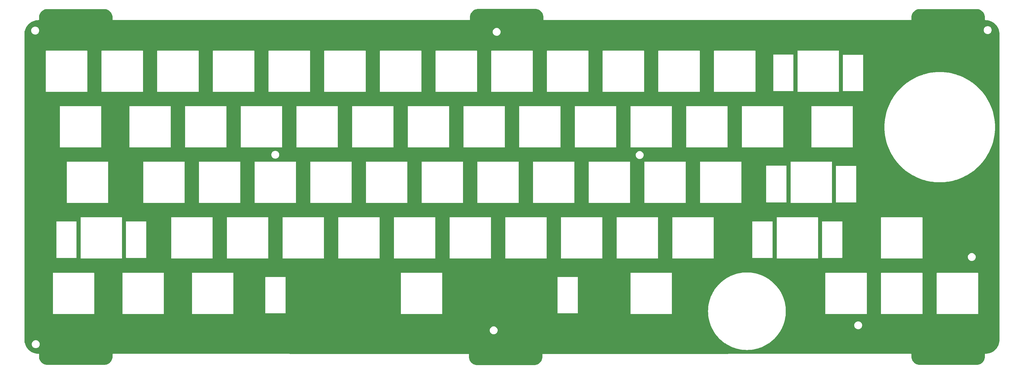
<source format=gbr>
G04 #@! TF.GenerationSoftware,KiCad,Pcbnew,7.0.6*
G04 #@! TF.CreationDate,2023-09-10T15:30:55-07:00*
G04 #@! TF.ProjectId,top plate,746f7020-706c-4617-9465-2e6b69636164,rev?*
G04 #@! TF.SameCoordinates,Original*
G04 #@! TF.FileFunction,Copper,L1,Top*
G04 #@! TF.FilePolarity,Positive*
%FSLAX46Y46*%
G04 Gerber Fmt 4.6, Leading zero omitted, Abs format (unit mm)*
G04 Created by KiCad (PCBNEW 7.0.6) date 2023-09-10 15:30:55*
%MOMM*%
%LPD*%
G01*
G04 APERTURE LIST*
G04 APERTURE END LIST*
G04 #@! TA.AperFunction,NonConductor*
G36*
X322505889Y-133108908D02*
G01*
X322825230Y-133126845D01*
X322832256Y-133127636D01*
X323145838Y-133180919D01*
X323152712Y-133182487D01*
X323458375Y-133270550D01*
X323465036Y-133272882D01*
X323758901Y-133394608D01*
X323765256Y-133397668D01*
X324043648Y-133551532D01*
X324049623Y-133555287D01*
X324309038Y-133739354D01*
X324314555Y-133743755D01*
X324551729Y-133955710D01*
X324556715Y-133960696D01*
X324768670Y-134197877D01*
X324773071Y-134203396D01*
X324957126Y-134462799D01*
X324960888Y-134468786D01*
X325114745Y-134747174D01*
X325117812Y-134753544D01*
X325239531Y-135047399D01*
X325241866Y-135054073D01*
X325329915Y-135359710D01*
X325331489Y-135366602D01*
X325384767Y-135680180D01*
X325385559Y-135687206D01*
X325394466Y-135845818D01*
X325402690Y-135992272D01*
X325403531Y-136007237D01*
X325403630Y-136010770D01*
X325403630Y-136805932D01*
X325403616Y-136838586D01*
X325404593Y-136841595D01*
X325416779Y-136865523D01*
X325418639Y-136868083D01*
X325418640Y-136868085D01*
X325418641Y-136868085D01*
X325420569Y-136870739D01*
X325439336Y-136889512D01*
X325444545Y-136893301D01*
X325468467Y-136905495D01*
X325471475Y-136906473D01*
X325503124Y-136906473D01*
X451129667Y-136956886D01*
X451129802Y-136956909D01*
X451183432Y-136956909D01*
X451198383Y-136956915D01*
X451198384Y-136956914D01*
X451208439Y-136956918D01*
X451208564Y-136956909D01*
X451215161Y-136956909D01*
X451218274Y-136955897D01*
X451241933Y-136943848D01*
X451247149Y-136940062D01*
X451266126Y-136921093D01*
X451267992Y-136918523D01*
X451267996Y-136918521D01*
X451267997Y-136918517D01*
X451269924Y-136915865D01*
X451281978Y-136892220D01*
X451282993Y-136889103D01*
X451282995Y-136883491D01*
X451283006Y-136883368D01*
X451283006Y-136856448D01*
X451283013Y-136838585D01*
X451283019Y-136823795D01*
X451283018Y-136823794D01*
X451283026Y-136804035D01*
X451283006Y-136803902D01*
X451283006Y-136060509D01*
X451283105Y-136056977D01*
X451285837Y-136008309D01*
X451301035Y-135737629D01*
X451301826Y-135730613D01*
X451309201Y-135687206D01*
X451355106Y-135417013D01*
X451356668Y-135410165D01*
X451444730Y-135104488D01*
X451447058Y-135097837D01*
X451568780Y-134803971D01*
X451571848Y-134797602D01*
X451571870Y-134797562D01*
X451725713Y-134519206D01*
X451729458Y-134513246D01*
X451913538Y-134253813D01*
X451917917Y-134248320D01*
X452129886Y-134011131D01*
X452134874Y-134006144D01*
X452372071Y-133794177D01*
X452377564Y-133789797D01*
X452637003Y-133605721D01*
X452642960Y-133601979D01*
X452921364Y-133448117D01*
X452927709Y-133445062D01*
X453221595Y-133323338D01*
X453228253Y-133321008D01*
X453533912Y-133232958D01*
X453540784Y-133231390D01*
X453854379Y-133178117D01*
X453861380Y-133177328D01*
X454168034Y-133160118D01*
X454181826Y-133159344D01*
X454185356Y-133159245D01*
X454209431Y-133159246D01*
X454209431Y-133159245D01*
X454224089Y-133159246D01*
X454224106Y-133159245D01*
X473519040Y-133159245D01*
X473544198Y-133159245D01*
X473547730Y-133159344D01*
X473615186Y-133163131D01*
X473867083Y-133177274D01*
X473874101Y-133178066D01*
X473894142Y-133181471D01*
X474187686Y-133231344D01*
X474194570Y-133232916D01*
X474500217Y-133320969D01*
X474506881Y-133323301D01*
X474800756Y-133445025D01*
X474807113Y-133448087D01*
X475085504Y-133601948D01*
X475091479Y-133605702D01*
X475350896Y-133789768D01*
X475356414Y-133794168D01*
X475593593Y-134006124D01*
X475598590Y-134011122D01*
X475810538Y-134248294D01*
X475814939Y-134253813D01*
X475998996Y-134513219D01*
X476002758Y-134519206D01*
X476156618Y-134797600D01*
X476159685Y-134803971D01*
X476263278Y-135054073D01*
X476281400Y-135097823D01*
X476283735Y-135104497D01*
X476371787Y-135410141D01*
X476373360Y-135417034D01*
X476426634Y-135730609D01*
X476427426Y-135737635D01*
X476445369Y-136057216D01*
X476445468Y-136060748D01*
X476445468Y-136883339D01*
X476445467Y-136883339D01*
X476447030Y-136886045D01*
X476457742Y-136910104D01*
X476460476Y-136918518D01*
X476462026Y-136920651D01*
X476469169Y-136926752D01*
X476472395Y-136929978D01*
X476472397Y-136929979D01*
X476472398Y-136929980D01*
X476488298Y-136939160D01*
X476493821Y-136942746D01*
X476513314Y-136956909D01*
X476519040Y-136956909D01*
X476545969Y-136956909D01*
X476970240Y-136975431D01*
X476975715Y-136975909D01*
X477394037Y-137030980D01*
X477399425Y-137031929D01*
X477811374Y-137123254D01*
X477816674Y-137124674D01*
X478219081Y-137251550D01*
X478224245Y-137253429D01*
X478614058Y-137414893D01*
X478619033Y-137417214D01*
X478993291Y-137612038D01*
X478998053Y-137614787D01*
X479353896Y-137841483D01*
X479358400Y-137844636D01*
X479693144Y-138101492D01*
X479697356Y-138105027D01*
X480008420Y-138390064D01*
X480012308Y-138393952D01*
X480297368Y-138705039D01*
X480300903Y-138709252D01*
X480557747Y-139043976D01*
X480560901Y-139048480D01*
X480787601Y-139404328D01*
X480790347Y-139409084D01*
X480897210Y-139614364D01*
X480985174Y-139783341D01*
X480987498Y-139788325D01*
X481148964Y-140178137D01*
X481150845Y-140183304D01*
X481277717Y-140585695D01*
X481279140Y-140591007D01*
X481370460Y-141002927D01*
X481371415Y-141008342D01*
X481426488Y-141426660D01*
X481426967Y-141432138D01*
X481445467Y-141855882D01*
X481445467Y-246521563D01*
X481426941Y-246945811D01*
X481426462Y-246951289D01*
X481371385Y-247369603D01*
X481370430Y-247375018D01*
X481279108Y-247786938D01*
X481277685Y-247792249D01*
X481150810Y-248194637D01*
X481148930Y-248199804D01*
X480987462Y-248589620D01*
X480985138Y-248594604D01*
X480790326Y-248968835D01*
X480790321Y-248968844D01*
X480787571Y-248973606D01*
X480560869Y-249329457D01*
X480557715Y-249333961D01*
X480300867Y-249668691D01*
X480297333Y-249672903D01*
X480012291Y-249983974D01*
X480008403Y-249987862D01*
X479697317Y-250272921D01*
X479693105Y-250276455D01*
X479358382Y-250533300D01*
X479353878Y-250536454D01*
X478998033Y-250763155D01*
X478993271Y-250765905D01*
X478619016Y-250960732D01*
X478614033Y-250963055D01*
X478224237Y-251124518D01*
X478219070Y-251126398D01*
X477816674Y-251253279D01*
X477811363Y-251254702D01*
X477399442Y-251346026D01*
X477394028Y-251346981D01*
X476975712Y-251402059D01*
X476970235Y-251402538D01*
X476546562Y-251421042D01*
X476513313Y-251421042D01*
X476493824Y-251435201D01*
X476488295Y-251438791D01*
X476472393Y-251447973D01*
X476469161Y-251451205D01*
X476462027Y-251457298D01*
X476460475Y-251459434D01*
X476457737Y-251467860D01*
X476447037Y-251491894D01*
X476445469Y-251494609D01*
X476445467Y-251494615D01*
X476445468Y-252317433D01*
X476445369Y-252320967D01*
X476427434Y-252640309D01*
X476426642Y-252647335D01*
X476373362Y-252960906D01*
X476371789Y-252967799D01*
X476283735Y-253273442D01*
X476281400Y-253280115D01*
X476159678Y-253573976D01*
X476156610Y-253580346D01*
X476002753Y-253858725D01*
X475998991Y-253864712D01*
X475814932Y-254124115D01*
X475810524Y-254129643D01*
X475598580Y-254366805D01*
X475593580Y-254371805D01*
X475356415Y-254583746D01*
X475350887Y-254588154D01*
X475091476Y-254772214D01*
X475085489Y-254775975D01*
X474978544Y-254835081D01*
X474807106Y-254929829D01*
X474800740Y-254932895D01*
X474506883Y-255054612D01*
X474500209Y-255056947D01*
X474194568Y-255144998D01*
X474187675Y-255146571D01*
X473874098Y-255199846D01*
X473867073Y-255200638D01*
X473696791Y-255210199D01*
X473547047Y-255218607D01*
X473543530Y-255218706D01*
X454184278Y-255218706D01*
X454180745Y-255218607D01*
X453861398Y-255200673D01*
X453854372Y-255199881D01*
X453540797Y-255146604D01*
X453533904Y-255145030D01*
X453228259Y-255056976D01*
X453221585Y-255054641D01*
X452927720Y-254932918D01*
X452921360Y-254929855D01*
X452642974Y-254775997D01*
X452636997Y-254772243D01*
X452377579Y-254588177D01*
X452372053Y-254583771D01*
X452134883Y-254371822D01*
X452129884Y-254366823D01*
X451917935Y-254129653D01*
X451913533Y-254124134D01*
X451729466Y-253864717D01*
X451725709Y-253858738D01*
X451725707Y-253858735D01*
X451571851Y-253580353D01*
X451568783Y-253573982D01*
X451500078Y-253408117D01*
X451447058Y-253280115D01*
X451444729Y-253273457D01*
X451356669Y-252967799D01*
X451355101Y-252960931D01*
X451301819Y-252647335D01*
X451301027Y-252640311D01*
X451292119Y-252481697D01*
X451284896Y-252353072D01*
X451283105Y-252321179D01*
X451283006Y-252317646D01*
X451283006Y-251574152D01*
X451283030Y-251573996D01*
X451283021Y-251554149D01*
X451283022Y-251554148D01*
X451283006Y-251520225D01*
X451283006Y-251505625D01*
X451283006Y-251505624D01*
X451283006Y-251494731D01*
X451282993Y-251494589D01*
X451282992Y-251491894D01*
X451282991Y-251488840D01*
X451282989Y-251488837D01*
X451281972Y-251485710D01*
X451269930Y-251462093D01*
X451267996Y-251459432D01*
X451267996Y-251459430D01*
X451267993Y-251459428D01*
X451266140Y-251456877D01*
X451247129Y-251437874D01*
X451241919Y-251434092D01*
X451218286Y-251422057D01*
X451215160Y-251421042D01*
X451215159Y-251421042D01*
X451208188Y-251421042D01*
X451208021Y-251421029D01*
X451181827Y-251421041D01*
X451181790Y-251421042D01*
X451131003Y-251421042D01*
X451130842Y-251421066D01*
X325143991Y-251481837D01*
X325110715Y-251481837D01*
X325107726Y-251482807D01*
X325083767Y-251495023D01*
X325078567Y-251498804D01*
X325059808Y-251517573D01*
X325056029Y-251522773D01*
X325043824Y-251546742D01*
X325042854Y-251549731D01*
X325042871Y-251582384D01*
X325042871Y-252378228D01*
X325042772Y-252381762D01*
X325024837Y-252701105D01*
X325024045Y-252708131D01*
X324970767Y-253021704D01*
X324969193Y-253028597D01*
X324881139Y-253334239D01*
X324878804Y-253340912D01*
X324757082Y-253634772D01*
X324754014Y-253641143D01*
X324600158Y-253919524D01*
X324596396Y-253925511D01*
X324412341Y-254184907D01*
X324407933Y-254190435D01*
X324195980Y-254427609D01*
X324190980Y-254432608D01*
X323953820Y-254644547D01*
X323948292Y-254648955D01*
X323688887Y-254833010D01*
X323682900Y-254836771D01*
X323404508Y-254990632D01*
X323398138Y-254993699D01*
X323104287Y-255115414D01*
X323097613Y-255117749D01*
X322791971Y-255205801D01*
X322785078Y-255207374D01*
X322471502Y-255260649D01*
X322464477Y-255261441D01*
X322299624Y-255270697D01*
X322144592Y-255279402D01*
X322141076Y-255279501D01*
X302781681Y-255279501D01*
X302778148Y-255279402D01*
X302458801Y-255261468D01*
X302451775Y-255260676D01*
X302138200Y-255207399D01*
X302131307Y-255205825D01*
X301825662Y-255117772D01*
X301818988Y-255115437D01*
X301818932Y-255115414D01*
X301677887Y-255056991D01*
X301525126Y-254993715D01*
X301518756Y-254990647D01*
X301240378Y-254836795D01*
X301234399Y-254833039D01*
X300974982Y-254648973D01*
X300969456Y-254644567D01*
X300901433Y-254583778D01*
X300732286Y-254432618D01*
X300727287Y-254427619D01*
X300515338Y-254190449D01*
X300510938Y-254184932D01*
X300326864Y-253925506D01*
X300323119Y-253919546D01*
X300217657Y-253728727D01*
X300169254Y-253641147D01*
X300166186Y-253634777D01*
X300105325Y-253487848D01*
X300044463Y-253340914D01*
X300042130Y-253334245D01*
X299954076Y-253028603D01*
X299952504Y-253021721D01*
X299899224Y-252708131D01*
X299898432Y-252701107D01*
X299895412Y-252647337D01*
X299880508Y-252381939D01*
X299880409Y-252378406D01*
X299880409Y-251581397D01*
X299880425Y-251549733D01*
X299880423Y-251549730D01*
X299879450Y-251546728D01*
X299867257Y-251522783D01*
X299863465Y-251517563D01*
X299844727Y-251498815D01*
X299839512Y-251495022D01*
X299815563Y-251482811D01*
X299812564Y-251481837D01*
X299812563Y-251481837D01*
X299779859Y-251481837D01*
X178112072Y-251421067D01*
X178111910Y-251421042D01*
X178092084Y-251421042D01*
X178059580Y-251421042D01*
X178059509Y-251421041D01*
X178033918Y-251421029D01*
X178033752Y-251421042D01*
X178026776Y-251421042D01*
X178023660Y-251422054D01*
X178000014Y-251434094D01*
X177994818Y-251437865D01*
X177975786Y-251456888D01*
X177972006Y-251462091D01*
X177959962Y-251485715D01*
X177958945Y-251488838D01*
X177958939Y-251500744D01*
X177958930Y-251500881D01*
X177958930Y-251521491D01*
X177958904Y-251573988D01*
X177958930Y-251574152D01*
X177958930Y-252317433D01*
X177958831Y-252320967D01*
X177940896Y-252640312D01*
X177940104Y-252647337D01*
X177886826Y-252960915D01*
X177885252Y-252967808D01*
X177797198Y-253273450D01*
X177794863Y-253280124D01*
X177673141Y-253573988D01*
X177670073Y-253580358D01*
X177516220Y-253858735D01*
X177512459Y-253864722D01*
X177328397Y-254124134D01*
X177323989Y-254129661D01*
X177112062Y-254366811D01*
X177112050Y-254366824D01*
X177107050Y-254371824D01*
X176869874Y-254583778D01*
X176864346Y-254588187D01*
X176604947Y-254772242D01*
X176598960Y-254776004D01*
X176320570Y-254929867D01*
X176314200Y-254932935D01*
X176020346Y-255054655D01*
X176013672Y-255056991D01*
X175914458Y-255085575D01*
X175708119Y-255145022D01*
X175708039Y-255145045D01*
X175701146Y-255146618D01*
X175387559Y-255199901D01*
X175380534Y-255200692D01*
X175061617Y-255218607D01*
X175058083Y-255218706D01*
X155697742Y-255218706D01*
X155694208Y-255218607D01*
X155374866Y-255200668D01*
X155367841Y-255199877D01*
X155054257Y-255146595D01*
X155047371Y-255145023D01*
X154741730Y-255056967D01*
X154735060Y-255054632D01*
X154580552Y-254990632D01*
X154441200Y-254932909D01*
X154434842Y-254929847D01*
X154156446Y-254775980D01*
X154150460Y-254772218D01*
X153891059Y-254588161D01*
X153885534Y-254583755D01*
X153808134Y-254514585D01*
X153648364Y-254371804D01*
X153643372Y-254366811D01*
X153559624Y-254273097D01*
X153431413Y-254129628D01*
X153427030Y-254124131D01*
X153242952Y-253864696D01*
X153239201Y-253858725D01*
X153085348Y-253580347D01*
X153082280Y-253573977D01*
X153023407Y-253431845D01*
X152960555Y-253280105D01*
X152958224Y-253273443D01*
X152870171Y-252967802D01*
X152868599Y-252960920D01*
X152815319Y-252647335D01*
X152814527Y-252640316D01*
X152798396Y-252353072D01*
X152796567Y-252320503D01*
X152796468Y-252316969D01*
X152796468Y-251494615D01*
X152796468Y-251494614D01*
X152794904Y-251491906D01*
X152784191Y-251467843D01*
X152781458Y-251459430D01*
X152781457Y-251459429D01*
X152781456Y-251459426D01*
X152779910Y-251457298D01*
X152772751Y-251451183D01*
X152769540Y-251447972D01*
X152753644Y-251438794D01*
X152748112Y-251435201D01*
X152728623Y-251421042D01*
X152728622Y-251421042D01*
X152695969Y-251421042D01*
X152271702Y-251402515D01*
X152266228Y-251402036D01*
X152057069Y-251374499D01*
X151847915Y-251346962D01*
X151842500Y-251346007D01*
X151430582Y-251254683D01*
X151425271Y-251253260D01*
X151022876Y-251126382D01*
X151017717Y-251124505D01*
X150627910Y-250963037D01*
X150622934Y-250960717D01*
X150248689Y-250765893D01*
X150243927Y-250763144D01*
X149888081Y-250536441D01*
X149883582Y-250533291D01*
X149548845Y-250276434D01*
X149544644Y-250272909D01*
X149233572Y-249987859D01*
X149229687Y-249983974D01*
X148944634Y-249672889D01*
X148941105Y-249668684D01*
X148684250Y-249333936D01*
X148681108Y-249329448D01*
X148653492Y-249286099D01*
X148460701Y-248983469D01*
X148454412Y-248973597D01*
X148451663Y-248968835D01*
X148358515Y-248789896D01*
X148256840Y-248594576D01*
X148254529Y-248589620D01*
X148093062Y-248199793D01*
X148091191Y-248194653D01*
X148065152Y-248112065D01*
X150334168Y-248112065D01*
X150354764Y-248347477D01*
X150415923Y-248575727D01*
X150415925Y-248575731D01*
X150515793Y-248789898D01*
X150651325Y-248983458D01*
X150651329Y-248983463D01*
X150651332Y-248983467D01*
X150818426Y-249150561D01*
X150818430Y-249150564D01*
X150818434Y-249150567D01*
X151011994Y-249286099D01*
X151011993Y-249286099D01*
X151088131Y-249321603D01*
X151226164Y-249385969D01*
X151454419Y-249447129D01*
X151630861Y-249462566D01*
X151630862Y-249462566D01*
X151748792Y-249462566D01*
X151748793Y-249462566D01*
X151925235Y-249447129D01*
X152153490Y-249385969D01*
X152367656Y-249286101D01*
X152561228Y-249150561D01*
X152728322Y-248983467D01*
X152863862Y-248789896D01*
X152963730Y-248575729D01*
X153024890Y-248347474D01*
X153045486Y-248112066D01*
X153024890Y-247876658D01*
X152963730Y-247648403D01*
X152863862Y-247434237D01*
X152863861Y-247434235D01*
X152863860Y-247434233D01*
X152728328Y-247240673D01*
X152728324Y-247240668D01*
X152728322Y-247240665D01*
X152561228Y-247073571D01*
X152561224Y-247073568D01*
X152561219Y-247073564D01*
X152367659Y-246938032D01*
X152367660Y-246938032D01*
X152153492Y-246838164D01*
X152153488Y-246838162D01*
X151925238Y-246777003D01*
X151792903Y-246765425D01*
X151748793Y-246761566D01*
X151630861Y-246761566D01*
X151595572Y-246764653D01*
X151454415Y-246777003D01*
X151226165Y-246838162D01*
X151226161Y-246838164D01*
X151011994Y-246938032D01*
X150818434Y-247073564D01*
X150818423Y-247073573D01*
X150651334Y-247240662D01*
X150651329Y-247240668D01*
X150515792Y-247434235D01*
X150415925Y-247648400D01*
X150415923Y-247648404D01*
X150354764Y-247876654D01*
X150334168Y-248112065D01*
X148065152Y-248112065D01*
X147964314Y-247792235D01*
X147962893Y-247786931D01*
X147871576Y-247375005D01*
X147870622Y-247369590D01*
X147815556Y-246951288D01*
X147815077Y-246945810D01*
X147796558Y-246521543D01*
X147796468Y-246519483D01*
X147796468Y-243347072D01*
X306993641Y-243347072D01*
X307014237Y-243582483D01*
X307075396Y-243810733D01*
X307075398Y-243810737D01*
X307175266Y-244024904D01*
X307310798Y-244218464D01*
X307310802Y-244218469D01*
X307310805Y-244218473D01*
X307477899Y-244385567D01*
X307477903Y-244385570D01*
X307477907Y-244385573D01*
X307671467Y-244521105D01*
X307671466Y-244521105D01*
X307747604Y-244556608D01*
X307885637Y-244620975D01*
X308113892Y-244682135D01*
X308290334Y-244697572D01*
X308290335Y-244697572D01*
X308408265Y-244697572D01*
X308408266Y-244697572D01*
X308584708Y-244682135D01*
X308812963Y-244620975D01*
X309027129Y-244521107D01*
X309220701Y-244385567D01*
X309387795Y-244218473D01*
X309523335Y-244024902D01*
X309623203Y-243810735D01*
X309684363Y-243582480D01*
X309704959Y-243347072D01*
X309684363Y-243111664D01*
X309623203Y-242883409D01*
X309523335Y-242669243D01*
X309523334Y-242669241D01*
X309523333Y-242669239D01*
X309387801Y-242475679D01*
X309387797Y-242475674D01*
X309387795Y-242475671D01*
X309220701Y-242308577D01*
X309220697Y-242308574D01*
X309220692Y-242308570D01*
X309027132Y-242173038D01*
X309027133Y-242173038D01*
X308812965Y-242073170D01*
X308812961Y-242073168D01*
X308584711Y-242012009D01*
X308452376Y-242000431D01*
X308408266Y-241996572D01*
X308290334Y-241996572D01*
X308255045Y-241999659D01*
X308113888Y-242012009D01*
X307885638Y-242073168D01*
X307885634Y-242073170D01*
X307671467Y-242173038D01*
X307477907Y-242308570D01*
X307477896Y-242308579D01*
X307310807Y-242475668D01*
X307310802Y-242475674D01*
X307175265Y-242669241D01*
X307075398Y-242883406D01*
X307075396Y-242883410D01*
X307014237Y-243111660D01*
X306993641Y-243347072D01*
X147796468Y-243347072D01*
X147796468Y-223746462D01*
X157531714Y-223746462D01*
X157531718Y-223746500D01*
X157531718Y-237692882D01*
X157532711Y-237695940D01*
X157544836Y-237719735D01*
X157548622Y-237724946D01*
X157567502Y-237743825D01*
X157572716Y-237747613D01*
X157596495Y-237759730D01*
X157599564Y-237760727D01*
X171614874Y-237760727D01*
X171617943Y-237759729D01*
X171641715Y-237747616D01*
X171644327Y-237745717D01*
X171644330Y-237745717D01*
X171644331Y-237745715D01*
X171646940Y-237743820D01*
X171665811Y-237724949D01*
X171667706Y-237722340D01*
X171667708Y-237722339D01*
X171667708Y-237722336D01*
X171669607Y-237719724D01*
X171681720Y-237695952D01*
X171682718Y-237692882D01*
X181344218Y-237692882D01*
X181345211Y-237695940D01*
X181357336Y-237719735D01*
X181361122Y-237724946D01*
X181380002Y-237743825D01*
X181385216Y-237747613D01*
X181408995Y-237759730D01*
X181412064Y-237760727D01*
X195427374Y-237760727D01*
X195430443Y-237759729D01*
X195454215Y-237747616D01*
X195456827Y-237745717D01*
X195456830Y-237745717D01*
X195456831Y-237745715D01*
X195459440Y-237743820D01*
X195478311Y-237724949D01*
X195480206Y-237722340D01*
X195480208Y-237722339D01*
X195480208Y-237722336D01*
X195482107Y-237719724D01*
X195494220Y-237695952D01*
X195495218Y-237692882D01*
X195495218Y-223746462D01*
X205156714Y-223746462D01*
X205156718Y-223746500D01*
X205156718Y-237692882D01*
X205157711Y-237695940D01*
X205169836Y-237719735D01*
X205173622Y-237724946D01*
X205192502Y-237743825D01*
X205197716Y-237747613D01*
X205221495Y-237759730D01*
X205224564Y-237760727D01*
X219239874Y-237760727D01*
X219242943Y-237759729D01*
X219266715Y-237747616D01*
X219269327Y-237745717D01*
X219269330Y-237745717D01*
X219269331Y-237745715D01*
X219271940Y-237743820D01*
X219290811Y-237724949D01*
X219292706Y-237722340D01*
X219292708Y-237722339D01*
X219292708Y-237722336D01*
X219294607Y-237719724D01*
X219306720Y-237695952D01*
X219307718Y-237692882D01*
X276594218Y-237692882D01*
X276595211Y-237695940D01*
X276607336Y-237719735D01*
X276611122Y-237724946D01*
X276630002Y-237743825D01*
X276635216Y-237747613D01*
X276658995Y-237759730D01*
X276662064Y-237760727D01*
X290677374Y-237760727D01*
X290680443Y-237759729D01*
X290704215Y-237747616D01*
X290706827Y-237745717D01*
X290706830Y-237745717D01*
X290706831Y-237745715D01*
X290709440Y-237743820D01*
X290728311Y-237724949D01*
X290730206Y-237722340D01*
X290730208Y-237722339D01*
X290730208Y-237722336D01*
X290732107Y-237719724D01*
X290744220Y-237695952D01*
X290745218Y-237692882D01*
X290745218Y-237477697D01*
X330232090Y-237477697D01*
X330233083Y-237480755D01*
X330245208Y-237504550D01*
X330248994Y-237509761D01*
X330267874Y-237528640D01*
X330273088Y-237532428D01*
X330296867Y-237544545D01*
X330299936Y-237545542D01*
X337116568Y-237545542D01*
X337119637Y-237544544D01*
X337143409Y-237532431D01*
X337146021Y-237530532D01*
X337146024Y-237530532D01*
X337146025Y-237530530D01*
X337148634Y-237528635D01*
X337167505Y-237509764D01*
X337169400Y-237507155D01*
X337169402Y-237507154D01*
X337169402Y-237507151D01*
X337171301Y-237504539D01*
X337183414Y-237480767D01*
X337184412Y-237477697D01*
X337184412Y-225121260D01*
X337183414Y-225118190D01*
X337171298Y-225094412D01*
X337167510Y-225089198D01*
X337148631Y-225070318D01*
X337143420Y-225066532D01*
X337119625Y-225054407D01*
X337116567Y-225053414D01*
X337116566Y-225053414D01*
X337099829Y-225053414D01*
X330365244Y-225053414D01*
X330299936Y-225053414D01*
X330299934Y-225053415D01*
X330296874Y-225054409D01*
X330273082Y-225066531D01*
X330267878Y-225070312D01*
X330248988Y-225089202D01*
X330245207Y-225094406D01*
X330233085Y-225118198D01*
X330232090Y-225121261D01*
X330232090Y-237477697D01*
X290745218Y-237477697D01*
X290745218Y-223746462D01*
X355175464Y-223746462D01*
X355175468Y-223746500D01*
X355175468Y-237692882D01*
X355176461Y-237695940D01*
X355188586Y-237719735D01*
X355192372Y-237724946D01*
X355211252Y-237743825D01*
X355216466Y-237747613D01*
X355240245Y-237759730D01*
X355243314Y-237760727D01*
X369258624Y-237760727D01*
X369261693Y-237759729D01*
X369285465Y-237747616D01*
X369288077Y-237745717D01*
X369288080Y-237745717D01*
X369288081Y-237745715D01*
X369290690Y-237743820D01*
X369309561Y-237724949D01*
X369311456Y-237722340D01*
X369311458Y-237722339D01*
X369311458Y-237722336D01*
X369313357Y-237719724D01*
X369325470Y-237695952D01*
X369326468Y-237692882D01*
X369326468Y-236794946D01*
X381710463Y-236794946D01*
X381729968Y-237515005D01*
X381788430Y-238232961D01*
X381788430Y-238232962D01*
X381885674Y-238946696D01*
X382021417Y-239654119D01*
X382174242Y-240268644D01*
X382195260Y-240353158D01*
X382406690Y-241041748D01*
X382406690Y-241041749D01*
X382655096Y-241717904D01*
X382850881Y-242173037D01*
X382904194Y-242296973D01*
X382939740Y-242379604D01*
X382939740Y-242379605D01*
X383194383Y-242893045D01*
X383259788Y-243024922D01*
X383261079Y-243027205D01*
X383614300Y-243651961D01*
X383614306Y-243651970D01*
X384002252Y-244258906D01*
X384422488Y-244843948D01*
X384873780Y-245405382D01*
X385354807Y-245941559D01*
X385864156Y-246450908D01*
X386400333Y-246931935D01*
X386961767Y-247383227D01*
X387546809Y-247803463D01*
X387661322Y-247876658D01*
X388153754Y-248191415D01*
X388482337Y-248377187D01*
X388780793Y-248545927D01*
X388780800Y-248545930D01*
X388780801Y-248545931D01*
X389426110Y-248865975D01*
X389426111Y-248865975D01*
X389426115Y-248865977D01*
X389569333Y-248927585D01*
X390087811Y-249150619D01*
X390763966Y-249399025D01*
X390763967Y-249399025D01*
X391053271Y-249487855D01*
X391452560Y-249610456D01*
X392151596Y-249784298D01*
X392859019Y-249920041D01*
X393572753Y-250017285D01*
X393659454Y-250024344D01*
X394290710Y-250075747D01*
X395010769Y-250095252D01*
X395730828Y-250075747D01*
X396362083Y-250024344D01*
X396448785Y-250017285D01*
X397162519Y-249920041D01*
X397869942Y-249784298D01*
X398568978Y-249610456D01*
X398968267Y-249487855D01*
X399257571Y-249399025D01*
X399257572Y-249399025D01*
X399933727Y-249150619D01*
X400452204Y-248927584D01*
X400595423Y-248865977D01*
X400595427Y-248865975D01*
X400595428Y-248865975D01*
X401240737Y-248545931D01*
X401240737Y-248545930D01*
X401240745Y-248545927D01*
X401539201Y-248377187D01*
X401867784Y-248191415D01*
X402360216Y-247876658D01*
X402474729Y-247803463D01*
X403059771Y-247383227D01*
X403621205Y-246931935D01*
X404157382Y-246450908D01*
X404666731Y-245941559D01*
X405147758Y-245405382D01*
X405599050Y-244843948D01*
X406019286Y-244258906D01*
X406407232Y-243651970D01*
X406407238Y-243651961D01*
X406760459Y-243027205D01*
X406761750Y-243024922D01*
X406827155Y-242893045D01*
X407081798Y-242379605D01*
X407081798Y-242379604D01*
X407117344Y-242296973D01*
X407170657Y-242173037D01*
X407366442Y-241717904D01*
X407402725Y-241619143D01*
X431733997Y-241619143D01*
X431754593Y-241854555D01*
X431815752Y-242082805D01*
X431815754Y-242082809D01*
X431915622Y-242296976D01*
X432051154Y-242490536D01*
X432051158Y-242490541D01*
X432051161Y-242490545D01*
X432218255Y-242657639D01*
X432218259Y-242657642D01*
X432218263Y-242657645D01*
X432411823Y-242793177D01*
X432411822Y-242793177D01*
X432487960Y-242828681D01*
X432625993Y-242893047D01*
X432854248Y-242954207D01*
X433030690Y-242969644D01*
X433030691Y-242969644D01*
X433148621Y-242969644D01*
X433148622Y-242969644D01*
X433325064Y-242954207D01*
X433553319Y-242893047D01*
X433767485Y-242793179D01*
X433961057Y-242657639D01*
X434128151Y-242490545D01*
X434263691Y-242296974D01*
X434363559Y-242082807D01*
X434424719Y-241854552D01*
X434445315Y-241619144D01*
X434424719Y-241383736D01*
X434363559Y-241155481D01*
X434263691Y-240941315D01*
X434263690Y-240941313D01*
X434263689Y-240941311D01*
X434128157Y-240747751D01*
X434128153Y-240747746D01*
X434128151Y-240747743D01*
X433961057Y-240580649D01*
X433961053Y-240580646D01*
X433961048Y-240580642D01*
X433767488Y-240445110D01*
X433767489Y-240445110D01*
X433553321Y-240345242D01*
X433553317Y-240345240D01*
X433325067Y-240284081D01*
X433192732Y-240272503D01*
X433148622Y-240268644D01*
X433030690Y-240268644D01*
X432995401Y-240271731D01*
X432854244Y-240284081D01*
X432625994Y-240345240D01*
X432625990Y-240345242D01*
X432411823Y-240445110D01*
X432218263Y-240580642D01*
X432218252Y-240580651D01*
X432051163Y-240747740D01*
X432051158Y-240747746D01*
X431915621Y-240941313D01*
X431815754Y-241155478D01*
X431815752Y-241155482D01*
X431754593Y-241383732D01*
X431733997Y-241619143D01*
X407402725Y-241619143D01*
X407614848Y-241041749D01*
X407614848Y-241041748D01*
X407826278Y-240353158D01*
X407847296Y-240268644D01*
X408000121Y-239654119D01*
X408135864Y-238946696D01*
X408233108Y-238232962D01*
X408233108Y-238232961D01*
X408277086Y-237692882D01*
X421850468Y-237692882D01*
X421851461Y-237695940D01*
X421863586Y-237719735D01*
X421867372Y-237724946D01*
X421886252Y-237743825D01*
X421891466Y-237747613D01*
X421915245Y-237759730D01*
X421918314Y-237760727D01*
X435933624Y-237760727D01*
X435936693Y-237759729D01*
X435960465Y-237747616D01*
X435963077Y-237745717D01*
X435963080Y-237745717D01*
X435963081Y-237745715D01*
X435965690Y-237743820D01*
X435984561Y-237724949D01*
X435986456Y-237722340D01*
X435986458Y-237722339D01*
X435986458Y-237722336D01*
X435988357Y-237719724D01*
X436000470Y-237695952D01*
X436001468Y-237692882D01*
X436001468Y-223677574D01*
X440900467Y-223677574D01*
X440900468Y-237692882D01*
X440901461Y-237695940D01*
X440913586Y-237719735D01*
X440917372Y-237724946D01*
X440936252Y-237743825D01*
X440941466Y-237747613D01*
X440965245Y-237759730D01*
X440968314Y-237760727D01*
X454983624Y-237760727D01*
X454986693Y-237759729D01*
X455010465Y-237747616D01*
X455013077Y-237745717D01*
X455013080Y-237745717D01*
X455013081Y-237745715D01*
X455015690Y-237743820D01*
X455034561Y-237724949D01*
X455036456Y-237722340D01*
X455036458Y-237722339D01*
X455036458Y-237722336D01*
X455038357Y-237719724D01*
X455050470Y-237695952D01*
X455051468Y-237692882D01*
X459950468Y-237692882D01*
X459951461Y-237695940D01*
X459963586Y-237719735D01*
X459967372Y-237724946D01*
X459986252Y-237743825D01*
X459991466Y-237747613D01*
X460015245Y-237759730D01*
X460018314Y-237760727D01*
X474033624Y-237760727D01*
X474036693Y-237759729D01*
X474060465Y-237747616D01*
X474063077Y-237745717D01*
X474063080Y-237745717D01*
X474063081Y-237745715D01*
X474065690Y-237743820D01*
X474084561Y-237724949D01*
X474086456Y-237722340D01*
X474086458Y-237722339D01*
X474086458Y-237722336D01*
X474088357Y-237719724D01*
X474100470Y-237695952D01*
X474101468Y-237692882D01*
X474101468Y-223677573D01*
X474100470Y-223674503D01*
X474088354Y-223650725D01*
X474084566Y-223645511D01*
X474065687Y-223626631D01*
X474060476Y-223622845D01*
X474036681Y-223610720D01*
X474033623Y-223609727D01*
X474033622Y-223609727D01*
X474016885Y-223609727D01*
X460083622Y-223609727D01*
X460018314Y-223609727D01*
X460018312Y-223609728D01*
X460015252Y-223610722D01*
X459991460Y-223622844D01*
X459986256Y-223626625D01*
X459967366Y-223645515D01*
X459963585Y-223650719D01*
X459951463Y-223674511D01*
X459950468Y-223677574D01*
X459950468Y-237692882D01*
X455051468Y-237692882D01*
X455051468Y-223677573D01*
X455050470Y-223674503D01*
X455038354Y-223650725D01*
X455034566Y-223645511D01*
X455015687Y-223626631D01*
X455010476Y-223622845D01*
X454986681Y-223610720D01*
X454983623Y-223609727D01*
X454983622Y-223609727D01*
X454966885Y-223609727D01*
X441033622Y-223609727D01*
X440968314Y-223609727D01*
X440968312Y-223609728D01*
X440965252Y-223610722D01*
X440941460Y-223622844D01*
X440936256Y-223626625D01*
X440917366Y-223645515D01*
X440913585Y-223650719D01*
X440901463Y-223674511D01*
X440900467Y-223677574D01*
X436001468Y-223677574D01*
X436001468Y-223676461D01*
X435988354Y-223650725D01*
X435984566Y-223645511D01*
X435965687Y-223626631D01*
X435960476Y-223622845D01*
X435936681Y-223610720D01*
X435933623Y-223609727D01*
X435933622Y-223609727D01*
X435916885Y-223609727D01*
X421983622Y-223609727D01*
X421918314Y-223609727D01*
X421918312Y-223609728D01*
X421915252Y-223610722D01*
X421891460Y-223622844D01*
X421886256Y-223626625D01*
X421867366Y-223645515D01*
X421863585Y-223650719D01*
X421851463Y-223674511D01*
X421850468Y-223677574D01*
X421850468Y-237692882D01*
X408277086Y-237692882D01*
X408291570Y-237515005D01*
X408311075Y-236794946D01*
X408291570Y-236074887D01*
X408233108Y-235356931D01*
X408233108Y-235356930D01*
X408135864Y-234643196D01*
X408000121Y-233935773D01*
X407826279Y-233236737D01*
X407614846Y-232548138D01*
X407613029Y-232543192D01*
X407366442Y-231871988D01*
X407081798Y-231210288D01*
X407081798Y-231210287D01*
X406761754Y-230564978D01*
X406761753Y-230564977D01*
X406761750Y-230564970D01*
X406632510Y-230336380D01*
X406407238Y-229937931D01*
X406315980Y-229795160D01*
X406019286Y-229330986D01*
X405599050Y-228745944D01*
X405147758Y-228184510D01*
X404666731Y-227648333D01*
X404157382Y-227138984D01*
X403621205Y-226657957D01*
X403059771Y-226206665D01*
X402474729Y-225786429D01*
X401867793Y-225398483D01*
X401867784Y-225398477D01*
X401408624Y-225138880D01*
X401240745Y-225043965D01*
X401240737Y-225043961D01*
X400595428Y-224723917D01*
X400595427Y-224723917D01*
X400595423Y-224723915D01*
X400452204Y-224662306D01*
X399933727Y-224439273D01*
X399257572Y-224190867D01*
X399257571Y-224190867D01*
X398568981Y-223979437D01*
X398568982Y-223979437D01*
X398568978Y-223979436D01*
X397869942Y-223805594D01*
X397162519Y-223669851D01*
X396448785Y-223572607D01*
X396362083Y-223565547D01*
X395730828Y-223514145D01*
X395010769Y-223494640D01*
X394290710Y-223514145D01*
X393659454Y-223565547D01*
X393572753Y-223572607D01*
X392859019Y-223669851D01*
X392151596Y-223805594D01*
X391452560Y-223979436D01*
X391452555Y-223979437D01*
X391452557Y-223979437D01*
X390763967Y-224190867D01*
X390763966Y-224190867D01*
X390087811Y-224439273D01*
X389569333Y-224662306D01*
X389426115Y-224723915D01*
X389426111Y-224723917D01*
X389426110Y-224723917D01*
X388780801Y-225043961D01*
X388780793Y-225043965D01*
X388612914Y-225138880D01*
X388153754Y-225398477D01*
X388153745Y-225398483D01*
X387546809Y-225786429D01*
X386961767Y-226206665D01*
X386400333Y-226657957D01*
X385864156Y-227138984D01*
X385354807Y-227648333D01*
X384873780Y-228184510D01*
X384422488Y-228745944D01*
X384002252Y-229330986D01*
X383705557Y-229795160D01*
X383614300Y-229937931D01*
X383389027Y-230336380D01*
X383259788Y-230564970D01*
X383259784Y-230564977D01*
X383259784Y-230564978D01*
X382939740Y-231210287D01*
X382939740Y-231210288D01*
X382655096Y-231871988D01*
X382408509Y-232543192D01*
X382406692Y-232548138D01*
X382195259Y-233236737D01*
X382021417Y-233935773D01*
X381885674Y-234643196D01*
X381788430Y-235356930D01*
X381788430Y-235356931D01*
X381729968Y-236074887D01*
X381710463Y-236794946D01*
X369326468Y-236794946D01*
X369326468Y-223677572D01*
X369325471Y-223674504D01*
X369313354Y-223650725D01*
X369309566Y-223645511D01*
X369290687Y-223626631D01*
X369285476Y-223622845D01*
X369261681Y-223610720D01*
X369258623Y-223609727D01*
X369258622Y-223609727D01*
X369241885Y-223609727D01*
X355308622Y-223609727D01*
X355243314Y-223609727D01*
X355243312Y-223609728D01*
X355240252Y-223610722D01*
X355216460Y-223622844D01*
X355211256Y-223626625D01*
X355192366Y-223645515D01*
X355188586Y-223650719D01*
X355176463Y-223674510D01*
X355175467Y-223677574D01*
X355175464Y-223746462D01*
X290745218Y-223746462D01*
X290745218Y-223677572D01*
X290744221Y-223674504D01*
X290732104Y-223650725D01*
X290728316Y-223645511D01*
X290709437Y-223626631D01*
X290704226Y-223622845D01*
X290680431Y-223610720D01*
X290677373Y-223609727D01*
X290677372Y-223609727D01*
X290660635Y-223609727D01*
X276727372Y-223609727D01*
X276662064Y-223609727D01*
X276662062Y-223609728D01*
X276659002Y-223610722D01*
X276635210Y-223622844D01*
X276630006Y-223626625D01*
X276611116Y-223645515D01*
X276607335Y-223650719D01*
X276595213Y-223674511D01*
X276594218Y-223677574D01*
X276594218Y-237692882D01*
X219307718Y-237692882D01*
X219307718Y-237477850D01*
X230231391Y-237477850D01*
X230232384Y-237480908D01*
X230244509Y-237504703D01*
X230248295Y-237509914D01*
X230267175Y-237528793D01*
X230272389Y-237532581D01*
X230296168Y-237544698D01*
X230299237Y-237545695D01*
X237098583Y-237545695D01*
X237101652Y-237544697D01*
X237125424Y-237532584D01*
X237128036Y-237530685D01*
X237128039Y-237530685D01*
X237128040Y-237530683D01*
X237130649Y-237528788D01*
X237149520Y-237509917D01*
X237151415Y-237507308D01*
X237151417Y-237507307D01*
X237151417Y-237507304D01*
X237153316Y-237504692D01*
X237165429Y-237480920D01*
X237166427Y-237477850D01*
X237166427Y-225138879D01*
X237165430Y-225135811D01*
X237153313Y-225112032D01*
X237149525Y-225106818D01*
X237130646Y-225087938D01*
X237125435Y-225084152D01*
X237101640Y-225072027D01*
X237098582Y-225071034D01*
X237098581Y-225071034D01*
X237081844Y-225071034D01*
X230364545Y-225071034D01*
X230299237Y-225071034D01*
X230299235Y-225071035D01*
X230296175Y-225072029D01*
X230272383Y-225084151D01*
X230267179Y-225087932D01*
X230248289Y-225106822D01*
X230244508Y-225112026D01*
X230232386Y-225135818D01*
X230231391Y-225138881D01*
X230231391Y-237477850D01*
X219307718Y-237477850D01*
X219307718Y-223677573D01*
X219306720Y-223674503D01*
X219294604Y-223650725D01*
X219290816Y-223645511D01*
X219271937Y-223626631D01*
X219266726Y-223622845D01*
X219242931Y-223610720D01*
X219239873Y-223609727D01*
X219239872Y-223609727D01*
X219223135Y-223609727D01*
X205289872Y-223609727D01*
X205224564Y-223609727D01*
X205224562Y-223609728D01*
X205221502Y-223610722D01*
X205197710Y-223622844D01*
X205192506Y-223626625D01*
X205173616Y-223645515D01*
X205169836Y-223650719D01*
X205157713Y-223674510D01*
X205156717Y-223677574D01*
X205156714Y-223746462D01*
X195495218Y-223746462D01*
X195495218Y-223677572D01*
X195494221Y-223674504D01*
X195482104Y-223650725D01*
X195478316Y-223645511D01*
X195459437Y-223626631D01*
X195454226Y-223622845D01*
X195430431Y-223610720D01*
X195427373Y-223609727D01*
X195427372Y-223609727D01*
X195410635Y-223609727D01*
X181477372Y-223609727D01*
X181412064Y-223609727D01*
X181412062Y-223609728D01*
X181409002Y-223610722D01*
X181385210Y-223622844D01*
X181380006Y-223626625D01*
X181361116Y-223645515D01*
X181357335Y-223650719D01*
X181345213Y-223674511D01*
X181344218Y-223677574D01*
X181344218Y-237692882D01*
X171682718Y-237692882D01*
X171682718Y-223677573D01*
X171681720Y-223674503D01*
X171669604Y-223650725D01*
X171665816Y-223645511D01*
X171646937Y-223626631D01*
X171641726Y-223622845D01*
X171617931Y-223610720D01*
X171614873Y-223609727D01*
X171614872Y-223609727D01*
X171598135Y-223609727D01*
X157664872Y-223609727D01*
X157599564Y-223609727D01*
X157599562Y-223609728D01*
X157596502Y-223610722D01*
X157572710Y-223622844D01*
X157567506Y-223626625D01*
X157548616Y-223645515D01*
X157544836Y-223650719D01*
X157532713Y-223674510D01*
X157531717Y-223677574D01*
X157531714Y-223746462D01*
X147796468Y-223746462D01*
X147796468Y-206106462D01*
X158716714Y-206106462D01*
X158716718Y-206106500D01*
X158716718Y-218442882D01*
X158717711Y-218445940D01*
X158729836Y-218469735D01*
X158733622Y-218474946D01*
X158752502Y-218493825D01*
X158757716Y-218497613D01*
X158781495Y-218509730D01*
X158784564Y-218510727D01*
X165589874Y-218510727D01*
X165592943Y-218509729D01*
X165616715Y-218497616D01*
X165619327Y-218495717D01*
X165619330Y-218495717D01*
X165619331Y-218495715D01*
X165621940Y-218493820D01*
X165640811Y-218474949D01*
X165642706Y-218472340D01*
X165642708Y-218472339D01*
X165642708Y-218472336D01*
X165644607Y-218469724D01*
X165656720Y-218445952D01*
X165657718Y-218442882D01*
X165657718Y-206037573D01*
X165656720Y-206034503D01*
X165644604Y-206010725D01*
X165640816Y-206005511D01*
X165621937Y-205986631D01*
X165616726Y-205982845D01*
X165592931Y-205970720D01*
X165589873Y-205969727D01*
X165589872Y-205969727D01*
X165573135Y-205969727D01*
X158849872Y-205969727D01*
X158784564Y-205969727D01*
X158784562Y-205969728D01*
X158781502Y-205970722D01*
X158757710Y-205982844D01*
X158752506Y-205986625D01*
X158733616Y-206005515D01*
X158729836Y-206010719D01*
X158717713Y-206034510D01*
X158716717Y-206037574D01*
X158716714Y-206106462D01*
X147796468Y-206106462D01*
X147796468Y-204696462D01*
X167056714Y-204696462D01*
X167056718Y-204696500D01*
X167056718Y-218642882D01*
X167057711Y-218645940D01*
X167069836Y-218669735D01*
X167073622Y-218674946D01*
X167092502Y-218693825D01*
X167097716Y-218697613D01*
X167121495Y-218709730D01*
X167124564Y-218710727D01*
X181139874Y-218710727D01*
X181142943Y-218709729D01*
X181166715Y-218697616D01*
X181169327Y-218695717D01*
X181169330Y-218695717D01*
X181169331Y-218695715D01*
X181171940Y-218693820D01*
X181190811Y-218674949D01*
X181192706Y-218672340D01*
X181192708Y-218672339D01*
X181192708Y-218672336D01*
X181194607Y-218669724D01*
X181206720Y-218645952D01*
X181207718Y-218642882D01*
X198012968Y-218642882D01*
X198013961Y-218645940D01*
X198026086Y-218669735D01*
X198029872Y-218674946D01*
X198048752Y-218693825D01*
X198053966Y-218697613D01*
X198077745Y-218709730D01*
X198080814Y-218710727D01*
X212096124Y-218710727D01*
X212099193Y-218709729D01*
X212122965Y-218697616D01*
X212125577Y-218695717D01*
X212125580Y-218695717D01*
X212125581Y-218695715D01*
X212128190Y-218693820D01*
X212147061Y-218674949D01*
X212148956Y-218672340D01*
X212148958Y-218672339D01*
X212148958Y-218672336D01*
X212150857Y-218669724D01*
X212162970Y-218645952D01*
X212163968Y-218642882D01*
X217062968Y-218642882D01*
X217063961Y-218645940D01*
X217076086Y-218669735D01*
X217079872Y-218674946D01*
X217098752Y-218693825D01*
X217103966Y-218697613D01*
X217127745Y-218709730D01*
X217130814Y-218710727D01*
X231146124Y-218710727D01*
X231149193Y-218709729D01*
X231172965Y-218697616D01*
X231175577Y-218695717D01*
X231175580Y-218695717D01*
X231175581Y-218695715D01*
X231178190Y-218693820D01*
X231197061Y-218674949D01*
X231198956Y-218672340D01*
X231198958Y-218672339D01*
X231198958Y-218672336D01*
X231200857Y-218669724D01*
X231212970Y-218645952D01*
X231213968Y-218642882D01*
X236112968Y-218642882D01*
X236113961Y-218645940D01*
X236126086Y-218669735D01*
X236129872Y-218674946D01*
X236148752Y-218693825D01*
X236153966Y-218697613D01*
X236177745Y-218709730D01*
X236180814Y-218710727D01*
X250196124Y-218710727D01*
X250199193Y-218709729D01*
X250222965Y-218697616D01*
X250225577Y-218695717D01*
X250225580Y-218695717D01*
X250225581Y-218695715D01*
X250228190Y-218693820D01*
X250247061Y-218674949D01*
X250248956Y-218672340D01*
X250248958Y-218672339D01*
X250248958Y-218672336D01*
X250250857Y-218669724D01*
X250262970Y-218645952D01*
X250263968Y-218642882D01*
X255162967Y-218642882D01*
X255163961Y-218645940D01*
X255176086Y-218669735D01*
X255179872Y-218674946D01*
X255198752Y-218693825D01*
X255203966Y-218697613D01*
X255227745Y-218709730D01*
X255230814Y-218710727D01*
X269246124Y-218710727D01*
X269249193Y-218709729D01*
X269272965Y-218697616D01*
X269275577Y-218695717D01*
X269275580Y-218695717D01*
X269275581Y-218695715D01*
X269278190Y-218693820D01*
X269297061Y-218674949D01*
X269298956Y-218672340D01*
X269298958Y-218672339D01*
X269298958Y-218672336D01*
X269300857Y-218669724D01*
X269312970Y-218645952D01*
X269313968Y-218642882D01*
X274212968Y-218642882D01*
X274213961Y-218645940D01*
X274226086Y-218669735D01*
X274229872Y-218674946D01*
X274248752Y-218693825D01*
X274253966Y-218697613D01*
X274277745Y-218709730D01*
X274280814Y-218710727D01*
X288296124Y-218710727D01*
X288299193Y-218709729D01*
X288322965Y-218697616D01*
X288325577Y-218695717D01*
X288325580Y-218695717D01*
X288325581Y-218695715D01*
X288328190Y-218693820D01*
X288347061Y-218674949D01*
X288348956Y-218672340D01*
X288348958Y-218672339D01*
X288348958Y-218672336D01*
X288350857Y-218669724D01*
X288362970Y-218645952D01*
X288363968Y-218642882D01*
X293262968Y-218642882D01*
X293263961Y-218645940D01*
X293276086Y-218669735D01*
X293279872Y-218674946D01*
X293298752Y-218693825D01*
X293303966Y-218697613D01*
X293327745Y-218709730D01*
X293330814Y-218710727D01*
X307346124Y-218710727D01*
X307349193Y-218709729D01*
X307372965Y-218697616D01*
X307375577Y-218695717D01*
X307375580Y-218695717D01*
X307375581Y-218695715D01*
X307378190Y-218693820D01*
X307397061Y-218674949D01*
X307398956Y-218672340D01*
X307398958Y-218672339D01*
X307398958Y-218672336D01*
X307400857Y-218669724D01*
X307412970Y-218645952D01*
X307413968Y-218642882D01*
X312312968Y-218642882D01*
X312313961Y-218645940D01*
X312326086Y-218669735D01*
X312329872Y-218674946D01*
X312348752Y-218693825D01*
X312353966Y-218697613D01*
X312377745Y-218709730D01*
X312380814Y-218710727D01*
X326396124Y-218710727D01*
X326399193Y-218709729D01*
X326422965Y-218697616D01*
X326425577Y-218695717D01*
X326425580Y-218695717D01*
X326425581Y-218695715D01*
X326428190Y-218693820D01*
X326447061Y-218674949D01*
X326448956Y-218672340D01*
X326448958Y-218672339D01*
X326448958Y-218672336D01*
X326450857Y-218669724D01*
X326462970Y-218645952D01*
X326463968Y-218642882D01*
X331362968Y-218642882D01*
X331363961Y-218645940D01*
X331376086Y-218669735D01*
X331379872Y-218674946D01*
X331398752Y-218693825D01*
X331403966Y-218697613D01*
X331427745Y-218709730D01*
X331430814Y-218710727D01*
X345446124Y-218710727D01*
X345449193Y-218709729D01*
X345472965Y-218697616D01*
X345475577Y-218695717D01*
X345475580Y-218695717D01*
X345475581Y-218695715D01*
X345478190Y-218693820D01*
X345497061Y-218674949D01*
X345498956Y-218672340D01*
X345498958Y-218672339D01*
X345498958Y-218672336D01*
X345500857Y-218669724D01*
X345512970Y-218645952D01*
X345513968Y-218642882D01*
X350412968Y-218642882D01*
X350413961Y-218645940D01*
X350426086Y-218669735D01*
X350429872Y-218674946D01*
X350448752Y-218693825D01*
X350453966Y-218697613D01*
X350477745Y-218709730D01*
X350480814Y-218710727D01*
X364496124Y-218710727D01*
X364499193Y-218709729D01*
X364522965Y-218697616D01*
X364525577Y-218695717D01*
X364525580Y-218695717D01*
X364525581Y-218695715D01*
X364528190Y-218693820D01*
X364547061Y-218674949D01*
X364548956Y-218672340D01*
X364548958Y-218672339D01*
X364548958Y-218672336D01*
X364550857Y-218669724D01*
X364562970Y-218645952D01*
X364563968Y-218642882D01*
X369462968Y-218642882D01*
X369463961Y-218645940D01*
X369476086Y-218669735D01*
X369479872Y-218674946D01*
X369498752Y-218693825D01*
X369503966Y-218697613D01*
X369527745Y-218709730D01*
X369530814Y-218710727D01*
X383546124Y-218710727D01*
X383549193Y-218709729D01*
X383572965Y-218697616D01*
X383575577Y-218695717D01*
X383575580Y-218695717D01*
X383575581Y-218695715D01*
X383578190Y-218693820D01*
X383597061Y-218674949D01*
X383598956Y-218672340D01*
X383598958Y-218672339D01*
X383598958Y-218672336D01*
X383600857Y-218669724D01*
X383612970Y-218645952D01*
X383613968Y-218642882D01*
X405181718Y-218642882D01*
X405182711Y-218645940D01*
X405194836Y-218669735D01*
X405198622Y-218674946D01*
X405217502Y-218693825D01*
X405222716Y-218697613D01*
X405246495Y-218709730D01*
X405249564Y-218710727D01*
X419264874Y-218710727D01*
X419267943Y-218709729D01*
X419291715Y-218697616D01*
X419294327Y-218695717D01*
X419294330Y-218695717D01*
X419294331Y-218695715D01*
X419296940Y-218693820D01*
X419315811Y-218674949D01*
X419317706Y-218672340D01*
X419317708Y-218672339D01*
X419317708Y-218672336D01*
X419319607Y-218669724D01*
X419331720Y-218645952D01*
X419332718Y-218642882D01*
X419332718Y-218442882D01*
X420681718Y-218442882D01*
X420682711Y-218445940D01*
X420694836Y-218469735D01*
X420698622Y-218474946D01*
X420717502Y-218493825D01*
X420722716Y-218497613D01*
X420746495Y-218509730D01*
X420749564Y-218510727D01*
X427584874Y-218510727D01*
X427587943Y-218509729D01*
X427611715Y-218497616D01*
X427614327Y-218495717D01*
X427614330Y-218495717D01*
X427614331Y-218495715D01*
X427616940Y-218493820D01*
X427635811Y-218474949D01*
X427637706Y-218472340D01*
X427637708Y-218472339D01*
X427637708Y-218472336D01*
X427639607Y-218469724D01*
X427651720Y-218445952D01*
X427652718Y-218442882D01*
X427652718Y-206077572D01*
X427651721Y-206074504D01*
X427639604Y-206050725D01*
X427635816Y-206045511D01*
X427616937Y-206026631D01*
X427611726Y-206022845D01*
X427587931Y-206010720D01*
X427584873Y-206009727D01*
X427584872Y-206009727D01*
X427568135Y-206009727D01*
X420814872Y-206009727D01*
X420749564Y-206009727D01*
X420749562Y-206009728D01*
X420746502Y-206010722D01*
X420722710Y-206022844D01*
X420717506Y-206026625D01*
X420698616Y-206045515D01*
X420694835Y-206050719D01*
X420682713Y-206074511D01*
X420681718Y-206077574D01*
X420681718Y-218442882D01*
X419332718Y-218442882D01*
X419332718Y-204627574D01*
X440900467Y-204627574D01*
X440900468Y-218642882D01*
X440901461Y-218645940D01*
X440913586Y-218669735D01*
X440917372Y-218674946D01*
X440936252Y-218693825D01*
X440941466Y-218697613D01*
X440965245Y-218709730D01*
X440968314Y-218710727D01*
X454983624Y-218710727D01*
X454986693Y-218709729D01*
X455010465Y-218697616D01*
X455013077Y-218695717D01*
X455013080Y-218695717D01*
X455013081Y-218695715D01*
X455015690Y-218693820D01*
X455034561Y-218674949D01*
X455036456Y-218672340D01*
X455036458Y-218672339D01*
X455036458Y-218672336D01*
X455038357Y-218669724D01*
X455050470Y-218645952D01*
X455051468Y-218642882D01*
X455051468Y-218197356D01*
X470581660Y-218197356D01*
X470602256Y-218432768D01*
X470663415Y-218661018D01*
X470663417Y-218661022D01*
X470763285Y-218875189D01*
X470898817Y-219068749D01*
X470898821Y-219068754D01*
X470898824Y-219068758D01*
X471065918Y-219235852D01*
X471065922Y-219235855D01*
X471065926Y-219235858D01*
X471259486Y-219371390D01*
X471259485Y-219371390D01*
X471335623Y-219406894D01*
X471473656Y-219471260D01*
X471701911Y-219532420D01*
X471878353Y-219547857D01*
X471878354Y-219547857D01*
X471996284Y-219547857D01*
X471996285Y-219547857D01*
X472172727Y-219532420D01*
X472400982Y-219471260D01*
X472615148Y-219371392D01*
X472808720Y-219235852D01*
X472975814Y-219068758D01*
X473111354Y-218875187D01*
X473211222Y-218661020D01*
X473272382Y-218432765D01*
X473292978Y-218197357D01*
X473272382Y-217961949D01*
X473211222Y-217733694D01*
X473111354Y-217519528D01*
X473111353Y-217519526D01*
X473111352Y-217519524D01*
X472975820Y-217325964D01*
X472975816Y-217325959D01*
X472975814Y-217325956D01*
X472808720Y-217158862D01*
X472808716Y-217158859D01*
X472808711Y-217158855D01*
X472615151Y-217023323D01*
X472615152Y-217023323D01*
X472400984Y-216923455D01*
X472400980Y-216923453D01*
X472172730Y-216862294D01*
X472040395Y-216850716D01*
X471996285Y-216846857D01*
X471878353Y-216846857D01*
X471843064Y-216849944D01*
X471701907Y-216862294D01*
X471473657Y-216923453D01*
X471473653Y-216923455D01*
X471259486Y-217023323D01*
X471065926Y-217158855D01*
X471065915Y-217158864D01*
X470898826Y-217325953D01*
X470898821Y-217325959D01*
X470763284Y-217519526D01*
X470663417Y-217733691D01*
X470663415Y-217733695D01*
X470602256Y-217961945D01*
X470581660Y-218197356D01*
X455051468Y-218197356D01*
X455051468Y-204626461D01*
X455038354Y-204600725D01*
X455034566Y-204595511D01*
X455015687Y-204576631D01*
X455010476Y-204572845D01*
X454986681Y-204560720D01*
X454983623Y-204559727D01*
X454983622Y-204559727D01*
X454966885Y-204559727D01*
X441033622Y-204559727D01*
X440968314Y-204559727D01*
X440968312Y-204559728D01*
X440965252Y-204560722D01*
X440941460Y-204572844D01*
X440936256Y-204576625D01*
X440917366Y-204595515D01*
X440913585Y-204600719D01*
X440901463Y-204624511D01*
X440900467Y-204627574D01*
X419332718Y-204627574D01*
X419332718Y-204627572D01*
X419331721Y-204624504D01*
X419319604Y-204600725D01*
X419315816Y-204595511D01*
X419296937Y-204576631D01*
X419291726Y-204572845D01*
X419267931Y-204560720D01*
X419264873Y-204559727D01*
X419264872Y-204559727D01*
X419248135Y-204559727D01*
X405314872Y-204559727D01*
X405249564Y-204559727D01*
X405249562Y-204559728D01*
X405246502Y-204560722D01*
X405222710Y-204572844D01*
X405217506Y-204576625D01*
X405198616Y-204595515D01*
X405194835Y-204600719D01*
X405182713Y-204624511D01*
X405181718Y-204627574D01*
X405181718Y-218642882D01*
X383613968Y-218642882D01*
X383613968Y-218442882D01*
X396841718Y-218442882D01*
X396842711Y-218445940D01*
X396854836Y-218469735D01*
X396858622Y-218474946D01*
X396877502Y-218493825D01*
X396882716Y-218497613D01*
X396906495Y-218509730D01*
X396909564Y-218510727D01*
X403714874Y-218510727D01*
X403717943Y-218509729D01*
X403741715Y-218497616D01*
X403744327Y-218495717D01*
X403744330Y-218495717D01*
X403744331Y-218495715D01*
X403746940Y-218493820D01*
X403765811Y-218474949D01*
X403767706Y-218472340D01*
X403767708Y-218472339D01*
X403767708Y-218472336D01*
X403769607Y-218469724D01*
X403781720Y-218445952D01*
X403782718Y-218442882D01*
X403782718Y-206037572D01*
X403781721Y-206034504D01*
X403769604Y-206010725D01*
X403765816Y-206005511D01*
X403746937Y-205986631D01*
X403741726Y-205982845D01*
X403717931Y-205970720D01*
X403714873Y-205969727D01*
X403714872Y-205969727D01*
X403698135Y-205969727D01*
X396974872Y-205969727D01*
X396909564Y-205969727D01*
X396909562Y-205969728D01*
X396906502Y-205970722D01*
X396882710Y-205982844D01*
X396877506Y-205986625D01*
X396858616Y-206005515D01*
X396854835Y-206010719D01*
X396842713Y-206034511D01*
X396841718Y-206037574D01*
X396841718Y-218442882D01*
X383613968Y-218442882D01*
X383613968Y-204627572D01*
X383612971Y-204624504D01*
X383600854Y-204600725D01*
X383597066Y-204595511D01*
X383578187Y-204576631D01*
X383572976Y-204572845D01*
X383549181Y-204560720D01*
X383546123Y-204559727D01*
X383546122Y-204559727D01*
X383529385Y-204559727D01*
X369596122Y-204559727D01*
X369530814Y-204559727D01*
X369530812Y-204559728D01*
X369527752Y-204560722D01*
X369503960Y-204572844D01*
X369498756Y-204576625D01*
X369479866Y-204595515D01*
X369476085Y-204600719D01*
X369463963Y-204624511D01*
X369462968Y-204627574D01*
X369462968Y-218642882D01*
X364563968Y-218642882D01*
X364563968Y-204627572D01*
X364562971Y-204624504D01*
X364550854Y-204600725D01*
X364547066Y-204595511D01*
X364528187Y-204576631D01*
X364522976Y-204572845D01*
X364499181Y-204560720D01*
X364496123Y-204559727D01*
X364496122Y-204559727D01*
X364479385Y-204559727D01*
X350546122Y-204559727D01*
X350480814Y-204559727D01*
X350480812Y-204559728D01*
X350477752Y-204560722D01*
X350453960Y-204572844D01*
X350448756Y-204576625D01*
X350429866Y-204595515D01*
X350426085Y-204600719D01*
X350413963Y-204624511D01*
X350412968Y-204627574D01*
X350412968Y-218642882D01*
X345513968Y-218642882D01*
X345513968Y-204627572D01*
X345512971Y-204624504D01*
X345500854Y-204600725D01*
X345497066Y-204595511D01*
X345478187Y-204576631D01*
X345472976Y-204572845D01*
X345449181Y-204560720D01*
X345446123Y-204559727D01*
X345446122Y-204559727D01*
X345429385Y-204559727D01*
X331496122Y-204559727D01*
X331430814Y-204559727D01*
X331430812Y-204559728D01*
X331427752Y-204560722D01*
X331403960Y-204572844D01*
X331398756Y-204576625D01*
X331379866Y-204595515D01*
X331376085Y-204600719D01*
X331363963Y-204624511D01*
X331362968Y-204627574D01*
X331362968Y-218642882D01*
X326463968Y-218642882D01*
X326463968Y-204627572D01*
X326462971Y-204624504D01*
X326450854Y-204600725D01*
X326447066Y-204595511D01*
X326428187Y-204576631D01*
X326422976Y-204572845D01*
X326399181Y-204560720D01*
X326396123Y-204559727D01*
X326396122Y-204559727D01*
X326379385Y-204559727D01*
X312446122Y-204559727D01*
X312380814Y-204559727D01*
X312380812Y-204559728D01*
X312377752Y-204560722D01*
X312353960Y-204572844D01*
X312348756Y-204576625D01*
X312329866Y-204595515D01*
X312326085Y-204600719D01*
X312313963Y-204624511D01*
X312312968Y-204627574D01*
X312312968Y-218642882D01*
X307413968Y-218642882D01*
X307413968Y-204627572D01*
X307412971Y-204624504D01*
X307400854Y-204600725D01*
X307397066Y-204595511D01*
X307378187Y-204576631D01*
X307372976Y-204572845D01*
X307349181Y-204560720D01*
X307346123Y-204559727D01*
X307346122Y-204559727D01*
X307329385Y-204559727D01*
X293396122Y-204559727D01*
X293330814Y-204559727D01*
X293330812Y-204559728D01*
X293327752Y-204560722D01*
X293303960Y-204572844D01*
X293298756Y-204576625D01*
X293279866Y-204595515D01*
X293276085Y-204600719D01*
X293263963Y-204624511D01*
X293262968Y-204627574D01*
X293262968Y-218642882D01*
X288363968Y-218642882D01*
X288363968Y-204627572D01*
X288362971Y-204624504D01*
X288350854Y-204600725D01*
X288347066Y-204595511D01*
X288328187Y-204576631D01*
X288322976Y-204572845D01*
X288299181Y-204560720D01*
X288296123Y-204559727D01*
X288296122Y-204559727D01*
X288279385Y-204559727D01*
X274346122Y-204559727D01*
X274280814Y-204559727D01*
X274280812Y-204559728D01*
X274277752Y-204560722D01*
X274253960Y-204572844D01*
X274248756Y-204576625D01*
X274229866Y-204595515D01*
X274226085Y-204600719D01*
X274213963Y-204624511D01*
X274212968Y-204627574D01*
X274212968Y-218642882D01*
X269313968Y-218642882D01*
X269313968Y-204627572D01*
X269312971Y-204624504D01*
X269300854Y-204600725D01*
X269297066Y-204595511D01*
X269278187Y-204576631D01*
X269272976Y-204572845D01*
X269249181Y-204560720D01*
X269246123Y-204559727D01*
X269246122Y-204559727D01*
X269229385Y-204559727D01*
X255296122Y-204559727D01*
X255230814Y-204559727D01*
X255230812Y-204559728D01*
X255227752Y-204560722D01*
X255203960Y-204572844D01*
X255198756Y-204576625D01*
X255179866Y-204595515D01*
X255176085Y-204600719D01*
X255163963Y-204624511D01*
X255162968Y-204627574D01*
X255162967Y-218642882D01*
X250263968Y-218642882D01*
X250263968Y-204627572D01*
X250262971Y-204624504D01*
X250250854Y-204600725D01*
X250247066Y-204595511D01*
X250228187Y-204576631D01*
X250222976Y-204572845D01*
X250199181Y-204560720D01*
X250196123Y-204559727D01*
X250196122Y-204559727D01*
X250179385Y-204559727D01*
X236246122Y-204559727D01*
X236180814Y-204559727D01*
X236180812Y-204559728D01*
X236177752Y-204560722D01*
X236153960Y-204572844D01*
X236148756Y-204576625D01*
X236129866Y-204595515D01*
X236126085Y-204600719D01*
X236113963Y-204624511D01*
X236112968Y-204627574D01*
X236112968Y-218642882D01*
X231213968Y-218642882D01*
X231213968Y-216846857D01*
X231213968Y-204644310D01*
X231213968Y-204644309D01*
X231213968Y-204627573D01*
X231213966Y-204627571D01*
X231212971Y-204624504D01*
X231200854Y-204600725D01*
X231197066Y-204595511D01*
X231178187Y-204576631D01*
X231172976Y-204572845D01*
X231149181Y-204560720D01*
X231146123Y-204559727D01*
X231146122Y-204559727D01*
X231129385Y-204559727D01*
X217196122Y-204559727D01*
X217130814Y-204559727D01*
X217130812Y-204559728D01*
X217127752Y-204560722D01*
X217103960Y-204572844D01*
X217098756Y-204576625D01*
X217079866Y-204595515D01*
X217076085Y-204600719D01*
X217063963Y-204624511D01*
X217062968Y-204627574D01*
X217062968Y-218642882D01*
X212163968Y-218642882D01*
X212163968Y-204627572D01*
X212162971Y-204624504D01*
X212150854Y-204600725D01*
X212147066Y-204595511D01*
X212128187Y-204576631D01*
X212122976Y-204572845D01*
X212099181Y-204560720D01*
X212096123Y-204559727D01*
X212096122Y-204559727D01*
X212079385Y-204559727D01*
X198146122Y-204559727D01*
X198080814Y-204559727D01*
X198080812Y-204559728D01*
X198077752Y-204560722D01*
X198053960Y-204572844D01*
X198048756Y-204576625D01*
X198029866Y-204595515D01*
X198026085Y-204600719D01*
X198013963Y-204624511D01*
X198012968Y-204627574D01*
X198012968Y-218642882D01*
X181207718Y-218642882D01*
X181207718Y-206146462D01*
X182556714Y-206146462D01*
X182556718Y-206146500D01*
X182556718Y-218442882D01*
X182557711Y-218445940D01*
X182569836Y-218469735D01*
X182573622Y-218474946D01*
X182592502Y-218493825D01*
X182597716Y-218497613D01*
X182621495Y-218509730D01*
X182624564Y-218510727D01*
X189459874Y-218510727D01*
X189462943Y-218509729D01*
X189486715Y-218497616D01*
X189489327Y-218495717D01*
X189489330Y-218495717D01*
X189489331Y-218495715D01*
X189491940Y-218493820D01*
X189510811Y-218474949D01*
X189512706Y-218472340D01*
X189512708Y-218472339D01*
X189512708Y-218472336D01*
X189514607Y-218469724D01*
X189526720Y-218445952D01*
X189527718Y-218442882D01*
X189527718Y-206077573D01*
X189526720Y-206074503D01*
X189514604Y-206050725D01*
X189510816Y-206045511D01*
X189491937Y-206026631D01*
X189486726Y-206022845D01*
X189462931Y-206010720D01*
X189459873Y-206009727D01*
X189459872Y-206009727D01*
X189443135Y-206009727D01*
X182689872Y-206009727D01*
X182624564Y-206009727D01*
X182624562Y-206009728D01*
X182621502Y-206010722D01*
X182597710Y-206022844D01*
X182592506Y-206026625D01*
X182573616Y-206045515D01*
X182569836Y-206050719D01*
X182557713Y-206074510D01*
X182556717Y-206077574D01*
X182556714Y-206146462D01*
X181207718Y-206146462D01*
X181207718Y-204627573D01*
X181206720Y-204624503D01*
X181194604Y-204600725D01*
X181190816Y-204595511D01*
X181171937Y-204576631D01*
X181166726Y-204572845D01*
X181142931Y-204560720D01*
X181139873Y-204559727D01*
X181139872Y-204559727D01*
X181123135Y-204559727D01*
X167189872Y-204559727D01*
X167124564Y-204559727D01*
X167124562Y-204559728D01*
X167121502Y-204560722D01*
X167097710Y-204572844D01*
X167092506Y-204576625D01*
X167073616Y-204595515D01*
X167069836Y-204600719D01*
X167057713Y-204624510D01*
X167056717Y-204627574D01*
X167056714Y-204696462D01*
X147796468Y-204696462D01*
X147796468Y-199592882D01*
X162294218Y-199592882D01*
X162295211Y-199595940D01*
X162307336Y-199619735D01*
X162311122Y-199624946D01*
X162330002Y-199643825D01*
X162335216Y-199647613D01*
X162358995Y-199659730D01*
X162362064Y-199660727D01*
X176377374Y-199660727D01*
X176380443Y-199659729D01*
X176404215Y-199647616D01*
X176406827Y-199645717D01*
X176406830Y-199645717D01*
X176406831Y-199645715D01*
X176409440Y-199643820D01*
X176428311Y-199624949D01*
X176430206Y-199622340D01*
X176430208Y-199622339D01*
X176430208Y-199622336D01*
X176432107Y-199619724D01*
X176444220Y-199595952D01*
X176445218Y-199592882D01*
X188487968Y-199592882D01*
X188488961Y-199595940D01*
X188501086Y-199619735D01*
X188504872Y-199624946D01*
X188523752Y-199643825D01*
X188528966Y-199647613D01*
X188552745Y-199659730D01*
X188555814Y-199660727D01*
X202571124Y-199660727D01*
X202574193Y-199659729D01*
X202597965Y-199647616D01*
X202600577Y-199645717D01*
X202600580Y-199645717D01*
X202600581Y-199645715D01*
X202603190Y-199643820D01*
X202622061Y-199624949D01*
X202623956Y-199622340D01*
X202623958Y-199622339D01*
X202623958Y-199622336D01*
X202625857Y-199619724D01*
X202637970Y-199595952D01*
X202638968Y-199592882D01*
X207537968Y-199592882D01*
X207538961Y-199595940D01*
X207551086Y-199619735D01*
X207554872Y-199624946D01*
X207573752Y-199643825D01*
X207578966Y-199647613D01*
X207602745Y-199659730D01*
X207605814Y-199660727D01*
X221621124Y-199660727D01*
X221624193Y-199659729D01*
X221647965Y-199647616D01*
X221650577Y-199645717D01*
X221650580Y-199645717D01*
X221650581Y-199645715D01*
X221653190Y-199643820D01*
X221672061Y-199624949D01*
X221673956Y-199622340D01*
X221673958Y-199622339D01*
X221673958Y-199622336D01*
X221675857Y-199619724D01*
X221687970Y-199595952D01*
X221688968Y-199592882D01*
X226587968Y-199592882D01*
X226588961Y-199595940D01*
X226601086Y-199619735D01*
X226604872Y-199624946D01*
X226623752Y-199643825D01*
X226628966Y-199647613D01*
X226652745Y-199659730D01*
X226655814Y-199660727D01*
X240671124Y-199660727D01*
X240674193Y-199659729D01*
X240697965Y-199647616D01*
X240700577Y-199645717D01*
X240700580Y-199645717D01*
X240700581Y-199645715D01*
X240703190Y-199643820D01*
X240722061Y-199624949D01*
X240723956Y-199622340D01*
X240723958Y-199622339D01*
X240723958Y-199622336D01*
X240725857Y-199619724D01*
X240737970Y-199595952D01*
X240738968Y-199592882D01*
X245637967Y-199592882D01*
X245638961Y-199595940D01*
X245651086Y-199619735D01*
X245654872Y-199624946D01*
X245673752Y-199643825D01*
X245678966Y-199647613D01*
X245702745Y-199659730D01*
X245705814Y-199660727D01*
X259721124Y-199660727D01*
X259724193Y-199659729D01*
X259747965Y-199647616D01*
X259750577Y-199645717D01*
X259750580Y-199645717D01*
X259750581Y-199645715D01*
X259753190Y-199643820D01*
X259772061Y-199624949D01*
X259773956Y-199622340D01*
X259773958Y-199622339D01*
X259773958Y-199622336D01*
X259775857Y-199619724D01*
X259787970Y-199595952D01*
X259788968Y-199592882D01*
X264687968Y-199592882D01*
X264688961Y-199595940D01*
X264701086Y-199619735D01*
X264704872Y-199624946D01*
X264723752Y-199643825D01*
X264728966Y-199647613D01*
X264752745Y-199659730D01*
X264755814Y-199660727D01*
X278771124Y-199660727D01*
X278774193Y-199659729D01*
X278797965Y-199647616D01*
X278800577Y-199645717D01*
X278800580Y-199645717D01*
X278800581Y-199645715D01*
X278803190Y-199643820D01*
X278822061Y-199624949D01*
X278823956Y-199622340D01*
X278823958Y-199622339D01*
X278823958Y-199622336D01*
X278825857Y-199619724D01*
X278837970Y-199595952D01*
X278838968Y-199592882D01*
X283737968Y-199592882D01*
X283738961Y-199595940D01*
X283751086Y-199619735D01*
X283754872Y-199624946D01*
X283773752Y-199643825D01*
X283778966Y-199647613D01*
X283802745Y-199659730D01*
X283805814Y-199660727D01*
X297821124Y-199660727D01*
X297824193Y-199659729D01*
X297847965Y-199647616D01*
X297850577Y-199645717D01*
X297850580Y-199645717D01*
X297850581Y-199645715D01*
X297853190Y-199643820D01*
X297872061Y-199624949D01*
X297873956Y-199622340D01*
X297873958Y-199622339D01*
X297873958Y-199622336D01*
X297875857Y-199619724D01*
X297887970Y-199595952D01*
X297888968Y-199592882D01*
X302787968Y-199592882D01*
X302788961Y-199595940D01*
X302801086Y-199619735D01*
X302804872Y-199624946D01*
X302823752Y-199643825D01*
X302828966Y-199647613D01*
X302852745Y-199659730D01*
X302855814Y-199660727D01*
X316871124Y-199660727D01*
X316874193Y-199659729D01*
X316897965Y-199647616D01*
X316900577Y-199645717D01*
X316900580Y-199645717D01*
X316900581Y-199645715D01*
X316903190Y-199643820D01*
X316922061Y-199624949D01*
X316923956Y-199622340D01*
X316923958Y-199622339D01*
X316923958Y-199622336D01*
X316925857Y-199619724D01*
X316937970Y-199595952D01*
X316938968Y-199592882D01*
X321837968Y-199592882D01*
X321838961Y-199595940D01*
X321851086Y-199619735D01*
X321854872Y-199624946D01*
X321873752Y-199643825D01*
X321878966Y-199647613D01*
X321902745Y-199659730D01*
X321905814Y-199660727D01*
X335921124Y-199660727D01*
X335924193Y-199659729D01*
X335947965Y-199647616D01*
X335950577Y-199645717D01*
X335950580Y-199645717D01*
X335950581Y-199645715D01*
X335953190Y-199643820D01*
X335972061Y-199624949D01*
X335973956Y-199622340D01*
X335973958Y-199622339D01*
X335973958Y-199622336D01*
X335975857Y-199619724D01*
X335987970Y-199595952D01*
X335988968Y-199592882D01*
X340887968Y-199592882D01*
X340888961Y-199595940D01*
X340901086Y-199619735D01*
X340904872Y-199624946D01*
X340923752Y-199643825D01*
X340928966Y-199647613D01*
X340952745Y-199659730D01*
X340955814Y-199660727D01*
X354971124Y-199660727D01*
X354974193Y-199659729D01*
X354997965Y-199647616D01*
X355000577Y-199645717D01*
X355000580Y-199645717D01*
X355000581Y-199645715D01*
X355003190Y-199643820D01*
X355022061Y-199624949D01*
X355023956Y-199622340D01*
X355023958Y-199622339D01*
X355023958Y-199622336D01*
X355025857Y-199619724D01*
X355037970Y-199595952D01*
X355038968Y-199592882D01*
X359937968Y-199592882D01*
X359938961Y-199595940D01*
X359951086Y-199619735D01*
X359954872Y-199624946D01*
X359973752Y-199643825D01*
X359978966Y-199647613D01*
X360002745Y-199659730D01*
X360005814Y-199660727D01*
X374021124Y-199660727D01*
X374024193Y-199659729D01*
X374047965Y-199647616D01*
X374050577Y-199645717D01*
X374050580Y-199645717D01*
X374050581Y-199645715D01*
X374053190Y-199643820D01*
X374072061Y-199624949D01*
X374073956Y-199622340D01*
X374073958Y-199622339D01*
X374073958Y-199622336D01*
X374075857Y-199619724D01*
X374087970Y-199595952D01*
X374088968Y-199592882D01*
X378987968Y-199592882D01*
X378988961Y-199595940D01*
X379001086Y-199619735D01*
X379004872Y-199624946D01*
X379023752Y-199643825D01*
X379028966Y-199647613D01*
X379052745Y-199659730D01*
X379055814Y-199660727D01*
X393071124Y-199660727D01*
X393074193Y-199659729D01*
X393097965Y-199647616D01*
X393100577Y-199645717D01*
X393100580Y-199645717D01*
X393100581Y-199645715D01*
X393103190Y-199643820D01*
X393122061Y-199624949D01*
X393123956Y-199622340D01*
X393123958Y-199622339D01*
X393123958Y-199622336D01*
X393125857Y-199619724D01*
X393137970Y-199595952D01*
X393138968Y-199592882D01*
X409944218Y-199592882D01*
X409945211Y-199595940D01*
X409957336Y-199619735D01*
X409961122Y-199624946D01*
X409980002Y-199643825D01*
X409985216Y-199647613D01*
X410008995Y-199659730D01*
X410012064Y-199660727D01*
X424027374Y-199660727D01*
X424030443Y-199659729D01*
X424054215Y-199647616D01*
X424056827Y-199645717D01*
X424056830Y-199645717D01*
X424056831Y-199645715D01*
X424059440Y-199643820D01*
X424078311Y-199624949D01*
X424080206Y-199622340D01*
X424080208Y-199622339D01*
X424080208Y-199622336D01*
X424082107Y-199619724D01*
X424094220Y-199595952D01*
X424095218Y-199592882D01*
X424095218Y-199382606D01*
X425459939Y-199382606D01*
X425460932Y-199385664D01*
X425473057Y-199409459D01*
X425476843Y-199414670D01*
X425495723Y-199433549D01*
X425500937Y-199437337D01*
X425524716Y-199449454D01*
X425527785Y-199450451D01*
X432363095Y-199450451D01*
X432366164Y-199449453D01*
X432389936Y-199437340D01*
X432392548Y-199435441D01*
X432392551Y-199435441D01*
X432392552Y-199435439D01*
X432395161Y-199433544D01*
X432414032Y-199414673D01*
X432415927Y-199412064D01*
X432415929Y-199412063D01*
X432415929Y-199412060D01*
X432417828Y-199409448D01*
X432429941Y-199385676D01*
X432430939Y-199382606D01*
X432430939Y-187017296D01*
X432429942Y-187014228D01*
X432417825Y-186990449D01*
X432414037Y-186985235D01*
X432395158Y-186966355D01*
X432389947Y-186962569D01*
X432366152Y-186950444D01*
X432363094Y-186949451D01*
X432363093Y-186949451D01*
X432346356Y-186949451D01*
X425593093Y-186949451D01*
X425527785Y-186949451D01*
X425527783Y-186949452D01*
X425524723Y-186950446D01*
X425500931Y-186962568D01*
X425495727Y-186966349D01*
X425476837Y-186985239D01*
X425473056Y-186990443D01*
X425460934Y-187014235D01*
X425459939Y-187017298D01*
X425459939Y-199382606D01*
X424095218Y-199382606D01*
X424095218Y-185577572D01*
X424094221Y-185574504D01*
X424082104Y-185550725D01*
X424078316Y-185545511D01*
X424059437Y-185526631D01*
X424054226Y-185522845D01*
X424030431Y-185510720D01*
X424027373Y-185509727D01*
X424027372Y-185509727D01*
X424010635Y-185509727D01*
X410077372Y-185509727D01*
X410012064Y-185509727D01*
X410012062Y-185509728D01*
X410009002Y-185510722D01*
X409985210Y-185522844D01*
X409980006Y-185526625D01*
X409961116Y-185545515D01*
X409957335Y-185550719D01*
X409945213Y-185574511D01*
X409944218Y-185577574D01*
X409944218Y-199592882D01*
X393138968Y-199592882D01*
X393138968Y-199382606D01*
X401619939Y-199382606D01*
X401620932Y-199385664D01*
X401633057Y-199409459D01*
X401636843Y-199414670D01*
X401655723Y-199433549D01*
X401660937Y-199437337D01*
X401684716Y-199449454D01*
X401687785Y-199450451D01*
X408493095Y-199450451D01*
X408496164Y-199449453D01*
X408519936Y-199437340D01*
X408522548Y-199435441D01*
X408522551Y-199435441D01*
X408522552Y-199435439D01*
X408525161Y-199433544D01*
X408544032Y-199414673D01*
X408545927Y-199412064D01*
X408545929Y-199412063D01*
X408545929Y-199412060D01*
X408547828Y-199409448D01*
X408559941Y-199385676D01*
X408560939Y-199382606D01*
X408560939Y-186977296D01*
X408559942Y-186974228D01*
X408547825Y-186950449D01*
X408544037Y-186945235D01*
X408525158Y-186926355D01*
X408519947Y-186922569D01*
X408496152Y-186910444D01*
X408493094Y-186909451D01*
X408493093Y-186909451D01*
X408476356Y-186909451D01*
X401753093Y-186909451D01*
X401687785Y-186909451D01*
X401687783Y-186909452D01*
X401684723Y-186910446D01*
X401660931Y-186922568D01*
X401655727Y-186926349D01*
X401636837Y-186945239D01*
X401633056Y-186950443D01*
X401620934Y-186974235D01*
X401619939Y-186977298D01*
X401619939Y-199382606D01*
X393138968Y-199382606D01*
X393138968Y-185577572D01*
X393137971Y-185574504D01*
X393125854Y-185550725D01*
X393122066Y-185545511D01*
X393103187Y-185526631D01*
X393097976Y-185522845D01*
X393074181Y-185510720D01*
X393071123Y-185509727D01*
X393071122Y-185509727D01*
X393054385Y-185509727D01*
X379121122Y-185509727D01*
X379055814Y-185509727D01*
X379055812Y-185509728D01*
X379052752Y-185510722D01*
X379028960Y-185522844D01*
X379023756Y-185526625D01*
X379004866Y-185545515D01*
X379001085Y-185550719D01*
X378988963Y-185574511D01*
X378987968Y-185577574D01*
X378987968Y-199592882D01*
X374088968Y-199592882D01*
X374088968Y-185577572D01*
X374087971Y-185574504D01*
X374075854Y-185550725D01*
X374072066Y-185545511D01*
X374053187Y-185526631D01*
X374047976Y-185522845D01*
X374024181Y-185510720D01*
X374021123Y-185509727D01*
X374021122Y-185509727D01*
X374004385Y-185509727D01*
X360071122Y-185509727D01*
X360005814Y-185509727D01*
X360005812Y-185509728D01*
X360002752Y-185510722D01*
X359978960Y-185522844D01*
X359973756Y-185526625D01*
X359954866Y-185545515D01*
X359951085Y-185550719D01*
X359938963Y-185574511D01*
X359937968Y-185577574D01*
X359937968Y-199592882D01*
X355038968Y-199592882D01*
X355038968Y-185577572D01*
X355037971Y-185574504D01*
X355025854Y-185550725D01*
X355022066Y-185545511D01*
X355003187Y-185526631D01*
X354997976Y-185522845D01*
X354974181Y-185510720D01*
X354971123Y-185509727D01*
X354971122Y-185509727D01*
X354954385Y-185509727D01*
X341021122Y-185509727D01*
X340955814Y-185509727D01*
X340955812Y-185509728D01*
X340952752Y-185510722D01*
X340928960Y-185522844D01*
X340923756Y-185526625D01*
X340904866Y-185545515D01*
X340901085Y-185550719D01*
X340888963Y-185574511D01*
X340887968Y-185577574D01*
X340887968Y-199592882D01*
X335988968Y-199592882D01*
X335988968Y-185577572D01*
X335987971Y-185574504D01*
X335975854Y-185550725D01*
X335972066Y-185545511D01*
X335953187Y-185526631D01*
X335947976Y-185522845D01*
X335924181Y-185510720D01*
X335921123Y-185509727D01*
X335921122Y-185509727D01*
X335904385Y-185509727D01*
X321971122Y-185509727D01*
X321905814Y-185509727D01*
X321905812Y-185509728D01*
X321902752Y-185510722D01*
X321878960Y-185522844D01*
X321873756Y-185526625D01*
X321854866Y-185545515D01*
X321851085Y-185550719D01*
X321838963Y-185574511D01*
X321837968Y-185577574D01*
X321837968Y-199592882D01*
X316938968Y-199592882D01*
X316938968Y-185577572D01*
X316937971Y-185574504D01*
X316925854Y-185550725D01*
X316922066Y-185545511D01*
X316903187Y-185526631D01*
X316897976Y-185522845D01*
X316874181Y-185510720D01*
X316871123Y-185509727D01*
X316871122Y-185509727D01*
X316854385Y-185509727D01*
X302921122Y-185509727D01*
X302855814Y-185509727D01*
X302855812Y-185509728D01*
X302852752Y-185510722D01*
X302828960Y-185522844D01*
X302823756Y-185526625D01*
X302804866Y-185545515D01*
X302801085Y-185550719D01*
X302788963Y-185574511D01*
X302787968Y-185577574D01*
X302787968Y-199592882D01*
X297888968Y-199592882D01*
X297888968Y-185577572D01*
X297887971Y-185574504D01*
X297875854Y-185550725D01*
X297872066Y-185545511D01*
X297853187Y-185526631D01*
X297847976Y-185522845D01*
X297824181Y-185510720D01*
X297821123Y-185509727D01*
X297821122Y-185509727D01*
X297804385Y-185509727D01*
X283871122Y-185509727D01*
X283805814Y-185509727D01*
X283805812Y-185509728D01*
X283802752Y-185510722D01*
X283778960Y-185522844D01*
X283773756Y-185526625D01*
X283754866Y-185545515D01*
X283751085Y-185550719D01*
X283738963Y-185574511D01*
X283737968Y-185577574D01*
X283737968Y-199592882D01*
X278838968Y-199592882D01*
X278838968Y-185577572D01*
X278837971Y-185574504D01*
X278825854Y-185550725D01*
X278822066Y-185545511D01*
X278803187Y-185526631D01*
X278797976Y-185522845D01*
X278774181Y-185510720D01*
X278771123Y-185509727D01*
X278771122Y-185509727D01*
X278754385Y-185509727D01*
X264821122Y-185509727D01*
X264755814Y-185509727D01*
X264755812Y-185509728D01*
X264752752Y-185510722D01*
X264728960Y-185522844D01*
X264723756Y-185526625D01*
X264704866Y-185545515D01*
X264701085Y-185550719D01*
X264688963Y-185574511D01*
X264687968Y-185577574D01*
X264687968Y-199592882D01*
X259788968Y-199592882D01*
X259788968Y-185577572D01*
X259787971Y-185574504D01*
X259775854Y-185550725D01*
X259772066Y-185545511D01*
X259753187Y-185526631D01*
X259747976Y-185522845D01*
X259724181Y-185510720D01*
X259721123Y-185509727D01*
X259721122Y-185509727D01*
X259704385Y-185509727D01*
X245771122Y-185509727D01*
X245705814Y-185509727D01*
X245705812Y-185509728D01*
X245702752Y-185510722D01*
X245678960Y-185522844D01*
X245673756Y-185526625D01*
X245654866Y-185545515D01*
X245651085Y-185550719D01*
X245638963Y-185574511D01*
X245637967Y-185577574D01*
X245637967Y-199592882D01*
X240738968Y-199592882D01*
X240738968Y-185577572D01*
X240737971Y-185574504D01*
X240725854Y-185550725D01*
X240722066Y-185545511D01*
X240703187Y-185526631D01*
X240697976Y-185522845D01*
X240674181Y-185510720D01*
X240671123Y-185509727D01*
X240671122Y-185509727D01*
X240654385Y-185509727D01*
X226721122Y-185509727D01*
X226655814Y-185509727D01*
X226655812Y-185509728D01*
X226652752Y-185510722D01*
X226628960Y-185522844D01*
X226623756Y-185526625D01*
X226604866Y-185545515D01*
X226601085Y-185550719D01*
X226588963Y-185574511D01*
X226587968Y-185577574D01*
X226587968Y-199592882D01*
X221688968Y-199592882D01*
X221688968Y-185577572D01*
X221687971Y-185574504D01*
X221675854Y-185550725D01*
X221672066Y-185545511D01*
X221653187Y-185526631D01*
X221647976Y-185522845D01*
X221624181Y-185510720D01*
X221621123Y-185509727D01*
X221621122Y-185509727D01*
X221604385Y-185509727D01*
X207671122Y-185509727D01*
X207605814Y-185509727D01*
X207605812Y-185509728D01*
X207602752Y-185510722D01*
X207578960Y-185522844D01*
X207573756Y-185526625D01*
X207554866Y-185545515D01*
X207551085Y-185550719D01*
X207538963Y-185574511D01*
X207537968Y-185577574D01*
X207537968Y-199592882D01*
X202638968Y-199592882D01*
X202638968Y-185577572D01*
X202637971Y-185574504D01*
X202625854Y-185550725D01*
X202622066Y-185545511D01*
X202603187Y-185526631D01*
X202597976Y-185522845D01*
X202574181Y-185510720D01*
X202571123Y-185509727D01*
X202571122Y-185509727D01*
X202554385Y-185509727D01*
X188621122Y-185509727D01*
X188555814Y-185509727D01*
X188555812Y-185509728D01*
X188552752Y-185510722D01*
X188528960Y-185522844D01*
X188523756Y-185526625D01*
X188504866Y-185545515D01*
X188501085Y-185550719D01*
X188488963Y-185574511D01*
X188487968Y-185577574D01*
X188487968Y-199592882D01*
X176445218Y-199592882D01*
X176445218Y-185577572D01*
X176444221Y-185574504D01*
X176432104Y-185550725D01*
X176428316Y-185545511D01*
X176409437Y-185526631D01*
X176404226Y-185522845D01*
X176380431Y-185510720D01*
X176377373Y-185509727D01*
X176377372Y-185509727D01*
X176360635Y-185509727D01*
X162427372Y-185509727D01*
X162362064Y-185509727D01*
X162362062Y-185509728D01*
X162359002Y-185510722D01*
X162335210Y-185522844D01*
X162330006Y-185526625D01*
X162311116Y-185545515D01*
X162307335Y-185550719D01*
X162295213Y-185574511D01*
X162294218Y-185577574D01*
X162294218Y-199592882D01*
X147796468Y-199592882D01*
X147796468Y-183112523D01*
X232286768Y-183112523D01*
X232307364Y-183347935D01*
X232368523Y-183576185D01*
X232368525Y-183576189D01*
X232468393Y-183790356D01*
X232603925Y-183983916D01*
X232603929Y-183983921D01*
X232603932Y-183983925D01*
X232771026Y-184151019D01*
X232771030Y-184151022D01*
X232771034Y-184151025D01*
X232964594Y-184286557D01*
X232964593Y-184286557D01*
X233040731Y-184322061D01*
X233178764Y-184386427D01*
X233407019Y-184447587D01*
X233583461Y-184463024D01*
X233583462Y-184463024D01*
X233701392Y-184463024D01*
X233701393Y-184463024D01*
X233877835Y-184447587D01*
X234106090Y-184386427D01*
X234320256Y-184286559D01*
X234513828Y-184151019D01*
X234680922Y-183983925D01*
X234816462Y-183790354D01*
X234916330Y-183576187D01*
X234977490Y-183347932D01*
X234988293Y-183224456D01*
X356950832Y-183224456D01*
X356971428Y-183459868D01*
X357032587Y-183688118D01*
X357032589Y-183688122D01*
X357132457Y-183902289D01*
X357267989Y-184095849D01*
X357267993Y-184095854D01*
X357267996Y-184095858D01*
X357435090Y-184262952D01*
X357435094Y-184262955D01*
X357435098Y-184262958D01*
X357628658Y-184398490D01*
X357628657Y-184398490D01*
X357704795Y-184433994D01*
X357842828Y-184498360D01*
X358071083Y-184559520D01*
X358247525Y-184574957D01*
X358247526Y-184574957D01*
X358365456Y-184574957D01*
X358365457Y-184574957D01*
X358541899Y-184559520D01*
X358770154Y-184498360D01*
X358984320Y-184398492D01*
X359177892Y-184262952D01*
X359344986Y-184095858D01*
X359480526Y-183902287D01*
X359580394Y-183688120D01*
X359641554Y-183459865D01*
X359662150Y-183224457D01*
X359641554Y-182989049D01*
X359580394Y-182760794D01*
X359480526Y-182546628D01*
X359480525Y-182546626D01*
X359480524Y-182546624D01*
X359344992Y-182353064D01*
X359344988Y-182353059D01*
X359344986Y-182353056D01*
X359177892Y-182185962D01*
X359177888Y-182185959D01*
X359177883Y-182185955D01*
X358984323Y-182050423D01*
X358984324Y-182050423D01*
X358770156Y-181950555D01*
X358770152Y-181950553D01*
X358541902Y-181889394D01*
X358409567Y-181877816D01*
X358365457Y-181873957D01*
X358247525Y-181873957D01*
X358212236Y-181877044D01*
X358071079Y-181889394D01*
X357842829Y-181950553D01*
X357842825Y-181950555D01*
X357628658Y-182050423D01*
X357435098Y-182185955D01*
X357435087Y-182185964D01*
X357267998Y-182353053D01*
X357267993Y-182353059D01*
X357132456Y-182546626D01*
X357032589Y-182760791D01*
X357032587Y-182760795D01*
X356971428Y-182989045D01*
X356950832Y-183224456D01*
X234988293Y-183224456D01*
X234998086Y-183112524D01*
X234977490Y-182877116D01*
X234916330Y-182648861D01*
X234816462Y-182434695D01*
X234816461Y-182434693D01*
X234816460Y-182434691D01*
X234680928Y-182241131D01*
X234680924Y-182241126D01*
X234680922Y-182241123D01*
X234513828Y-182074029D01*
X234513824Y-182074026D01*
X234513819Y-182074022D01*
X234320259Y-181938490D01*
X234320260Y-181938490D01*
X234106092Y-181838622D01*
X234106088Y-181838620D01*
X233877838Y-181777461D01*
X233745503Y-181765883D01*
X233701393Y-181762024D01*
X233583461Y-181762024D01*
X233548172Y-181765111D01*
X233407015Y-181777461D01*
X233178765Y-181838620D01*
X233178761Y-181838622D01*
X232964594Y-181938490D01*
X232771034Y-182074022D01*
X232771023Y-182074031D01*
X232603934Y-182241120D01*
X232603929Y-182241126D01*
X232468392Y-182434693D01*
X232368525Y-182648858D01*
X232368523Y-182648862D01*
X232307364Y-182877112D01*
X232286768Y-183112523D01*
X147796468Y-183112523D01*
X147796468Y-180542882D01*
X159912968Y-180542882D01*
X159913961Y-180545940D01*
X159926086Y-180569735D01*
X159929872Y-180574946D01*
X159948752Y-180593825D01*
X159953966Y-180597613D01*
X159977745Y-180609730D01*
X159980814Y-180610727D01*
X173996124Y-180610727D01*
X173999193Y-180609729D01*
X174022965Y-180597616D01*
X174025577Y-180595717D01*
X174025580Y-180595717D01*
X174025581Y-180595715D01*
X174028190Y-180593820D01*
X174047061Y-180574949D01*
X174048956Y-180572340D01*
X174048958Y-180572339D01*
X174048958Y-180572336D01*
X174050857Y-180569724D01*
X174062970Y-180545952D01*
X174063968Y-180542882D01*
X183725468Y-180542882D01*
X183726461Y-180545940D01*
X183738586Y-180569735D01*
X183742372Y-180574946D01*
X183761252Y-180593825D01*
X183766466Y-180597613D01*
X183790245Y-180609730D01*
X183793314Y-180610727D01*
X197808624Y-180610727D01*
X197811693Y-180609729D01*
X197835465Y-180597616D01*
X197838077Y-180595717D01*
X197838080Y-180595717D01*
X197838081Y-180595715D01*
X197840690Y-180593820D01*
X197859561Y-180574949D01*
X197861456Y-180572340D01*
X197861458Y-180572339D01*
X197861458Y-180572336D01*
X197863357Y-180569724D01*
X197875470Y-180545952D01*
X197876468Y-180542882D01*
X202775468Y-180542882D01*
X202776461Y-180545940D01*
X202788586Y-180569735D01*
X202792372Y-180574946D01*
X202811252Y-180593825D01*
X202816466Y-180597613D01*
X202840245Y-180609730D01*
X202843314Y-180610727D01*
X216858624Y-180610727D01*
X216861693Y-180609729D01*
X216885465Y-180597616D01*
X216888077Y-180595717D01*
X216888080Y-180595717D01*
X216888081Y-180595715D01*
X216890690Y-180593820D01*
X216909561Y-180574949D01*
X216911456Y-180572340D01*
X216911458Y-180572339D01*
X216911458Y-180572336D01*
X216913357Y-180569724D01*
X216925470Y-180545952D01*
X216926468Y-180542882D01*
X216926468Y-166527574D01*
X221825467Y-166527574D01*
X221825468Y-180542882D01*
X221826461Y-180545940D01*
X221838586Y-180569735D01*
X221842372Y-180574946D01*
X221861252Y-180593825D01*
X221866466Y-180597613D01*
X221890245Y-180609730D01*
X221893314Y-180610727D01*
X235908624Y-180610727D01*
X235911693Y-180609729D01*
X235935465Y-180597616D01*
X235938077Y-180595717D01*
X235938080Y-180595717D01*
X235938081Y-180595715D01*
X235940690Y-180593820D01*
X235959561Y-180574949D01*
X235961456Y-180572340D01*
X235961458Y-180572339D01*
X235961458Y-180572336D01*
X235963357Y-180569724D01*
X235975470Y-180545952D01*
X235976468Y-180542882D01*
X240875468Y-180542882D01*
X240876461Y-180545940D01*
X240888586Y-180569735D01*
X240892372Y-180574946D01*
X240911252Y-180593825D01*
X240916466Y-180597613D01*
X240940245Y-180609730D01*
X240943314Y-180610727D01*
X254958624Y-180610727D01*
X254961693Y-180609729D01*
X254985465Y-180597616D01*
X254988077Y-180595717D01*
X254988080Y-180595717D01*
X254988081Y-180595715D01*
X254990690Y-180593820D01*
X255009561Y-180574949D01*
X255011456Y-180572340D01*
X255011458Y-180572339D01*
X255011458Y-180572336D01*
X255013357Y-180569724D01*
X255025470Y-180545952D01*
X255026468Y-180542882D01*
X259925468Y-180542882D01*
X259926461Y-180545940D01*
X259938586Y-180569735D01*
X259942372Y-180574946D01*
X259961252Y-180593825D01*
X259966466Y-180597613D01*
X259990245Y-180609730D01*
X259993314Y-180610727D01*
X274008624Y-180610727D01*
X274011693Y-180609729D01*
X274035465Y-180597616D01*
X274038077Y-180595717D01*
X274038080Y-180595717D01*
X274038081Y-180595715D01*
X274040690Y-180593820D01*
X274059561Y-180574949D01*
X274061456Y-180572340D01*
X274061458Y-180572339D01*
X274061458Y-180572336D01*
X274063357Y-180569724D01*
X274075470Y-180545952D01*
X274076468Y-180542882D01*
X278975468Y-180542882D01*
X278976461Y-180545940D01*
X278988586Y-180569735D01*
X278992372Y-180574946D01*
X279011252Y-180593825D01*
X279016466Y-180597613D01*
X279040245Y-180609730D01*
X279043314Y-180610727D01*
X293058624Y-180610727D01*
X293061693Y-180609729D01*
X293085465Y-180597616D01*
X293088077Y-180595717D01*
X293088080Y-180595717D01*
X293088081Y-180595715D01*
X293090690Y-180593820D01*
X293109561Y-180574949D01*
X293111456Y-180572340D01*
X293111458Y-180572339D01*
X293111458Y-180572336D01*
X293113357Y-180569724D01*
X293125470Y-180545952D01*
X293126468Y-180542882D01*
X293126468Y-166596462D01*
X298025464Y-166596462D01*
X298025468Y-166596500D01*
X298025468Y-180542882D01*
X298026461Y-180545940D01*
X298038586Y-180569735D01*
X298042372Y-180574946D01*
X298061252Y-180593825D01*
X298066466Y-180597613D01*
X298090245Y-180609730D01*
X298093314Y-180610727D01*
X312108624Y-180610727D01*
X312111693Y-180609729D01*
X312135465Y-180597616D01*
X312138077Y-180595717D01*
X312138080Y-180595717D01*
X312138081Y-180595715D01*
X312140690Y-180593820D01*
X312159561Y-180574949D01*
X312161456Y-180572340D01*
X312161458Y-180572339D01*
X312161458Y-180572336D01*
X312163357Y-180569724D01*
X312175470Y-180545952D01*
X312176468Y-180542882D01*
X312176468Y-166596462D01*
X317075464Y-166596462D01*
X317075468Y-166596500D01*
X317075468Y-180542882D01*
X317076461Y-180545940D01*
X317088586Y-180569735D01*
X317092372Y-180574946D01*
X317111252Y-180593825D01*
X317116466Y-180597613D01*
X317140245Y-180609730D01*
X317143314Y-180610727D01*
X331158624Y-180610727D01*
X331161693Y-180609729D01*
X331185465Y-180597616D01*
X331188077Y-180595717D01*
X331188080Y-180595717D01*
X331188081Y-180595715D01*
X331190690Y-180593820D01*
X331209561Y-180574949D01*
X331211456Y-180572340D01*
X331211458Y-180572339D01*
X331211458Y-180572336D01*
X331213357Y-180569724D01*
X331225470Y-180545952D01*
X331226468Y-180542882D01*
X331226468Y-166596462D01*
X336125464Y-166596462D01*
X336125468Y-166596500D01*
X336125468Y-180542882D01*
X336126461Y-180545940D01*
X336138586Y-180569735D01*
X336142372Y-180574946D01*
X336161252Y-180593825D01*
X336166466Y-180597613D01*
X336190245Y-180609730D01*
X336193314Y-180610727D01*
X350208624Y-180610727D01*
X350211693Y-180609729D01*
X350235465Y-180597616D01*
X350238077Y-180595717D01*
X350238080Y-180595717D01*
X350238081Y-180595715D01*
X350240690Y-180593820D01*
X350259561Y-180574949D01*
X350261456Y-180572340D01*
X350261458Y-180572339D01*
X350261458Y-180572336D01*
X350263357Y-180569724D01*
X350275470Y-180545952D01*
X350276468Y-180542882D01*
X350276468Y-166569361D01*
X355175466Y-166569361D01*
X355175468Y-166569370D01*
X355175468Y-180542882D01*
X355176461Y-180545940D01*
X355188586Y-180569735D01*
X355192372Y-180574946D01*
X355211252Y-180593825D01*
X355216466Y-180597613D01*
X355240245Y-180609730D01*
X355243314Y-180610727D01*
X369258624Y-180610727D01*
X369261693Y-180609729D01*
X369285465Y-180597616D01*
X369288077Y-180595717D01*
X369288080Y-180595717D01*
X369288081Y-180595715D01*
X369290690Y-180593820D01*
X369309561Y-180574949D01*
X369311456Y-180572340D01*
X369311458Y-180572339D01*
X369311458Y-180572336D01*
X369313357Y-180569724D01*
X369325470Y-180545952D01*
X369326468Y-180542882D01*
X369326468Y-166596462D01*
X374225464Y-166596462D01*
X374225468Y-166596500D01*
X374225468Y-180542882D01*
X374226461Y-180545940D01*
X374238586Y-180569735D01*
X374242372Y-180574946D01*
X374261252Y-180593825D01*
X374266466Y-180597613D01*
X374290245Y-180609730D01*
X374293314Y-180610727D01*
X388308624Y-180610727D01*
X388311693Y-180609729D01*
X388335465Y-180597616D01*
X388338077Y-180595717D01*
X388338080Y-180595717D01*
X388338081Y-180595715D01*
X388340690Y-180593820D01*
X388359561Y-180574949D01*
X388361456Y-180572340D01*
X388361458Y-180572339D01*
X388361458Y-180572336D01*
X388363357Y-180569724D01*
X388375470Y-180545952D01*
X388376468Y-180542882D01*
X388376468Y-166596462D01*
X393275464Y-166596462D01*
X393275468Y-166596500D01*
X393275468Y-180542882D01*
X393276461Y-180545940D01*
X393288586Y-180569735D01*
X393292372Y-180574946D01*
X393311252Y-180593825D01*
X393316466Y-180597613D01*
X393340245Y-180609730D01*
X393343314Y-180610727D01*
X407358624Y-180610727D01*
X407361693Y-180609729D01*
X407385465Y-180597616D01*
X407388077Y-180595717D01*
X407388080Y-180595717D01*
X407388081Y-180595715D01*
X407390690Y-180593820D01*
X407409561Y-180574949D01*
X407411456Y-180572340D01*
X407411458Y-180572339D01*
X407411458Y-180572336D01*
X407413357Y-180569724D01*
X407425470Y-180545952D01*
X407426468Y-180542882D01*
X417087968Y-180542882D01*
X417088961Y-180545940D01*
X417101086Y-180569735D01*
X417104872Y-180574946D01*
X417123752Y-180593825D01*
X417128966Y-180597613D01*
X417152745Y-180609730D01*
X417155814Y-180610727D01*
X431171124Y-180610727D01*
X431174193Y-180609729D01*
X431197965Y-180597616D01*
X431200577Y-180595717D01*
X431200580Y-180595717D01*
X431200581Y-180595715D01*
X431203190Y-180593820D01*
X431222061Y-180574949D01*
X431223956Y-180572340D01*
X431223958Y-180572339D01*
X431223958Y-180572336D01*
X431225857Y-180569724D01*
X431237970Y-180545952D01*
X431238968Y-180542882D01*
X431238968Y-173674768D01*
X442054334Y-173674768D01*
X442073939Y-174535848D01*
X442073940Y-174535848D01*
X442073940Y-174535857D01*
X442132718Y-175395161D01*
X442230546Y-176250899D01*
X442367221Y-177101298D01*
X442542460Y-177944595D01*
X442755900Y-178779042D01*
X443007098Y-179602909D01*
X443295534Y-180414490D01*
X443620610Y-181212101D01*
X443981652Y-181994091D01*
X444023074Y-182074031D01*
X444320926Y-182648862D01*
X444377911Y-182758837D01*
X444808567Y-183504755D01*
X444808572Y-183504763D01*
X445186719Y-184095858D01*
X445272727Y-184230299D01*
X445769428Y-184933965D01*
X445769429Y-184933965D01*
X446297634Y-185614283D01*
X446297634Y-185614284D01*
X446379815Y-185710727D01*
X446856274Y-186269877D01*
X447444165Y-186899355D01*
X448060098Y-187501423D01*
X448698900Y-188071358D01*
X448702793Y-188074831D01*
X449370930Y-188618401D01*
X449742230Y-188893366D01*
X450063101Y-189130987D01*
X450738306Y-189584929D01*
X450777897Y-189611546D01*
X451513811Y-190059065D01*
X451513813Y-190059066D01*
X452269341Y-190472631D01*
X453042905Y-190851378D01*
X453042904Y-190851378D01*
X453042909Y-190851380D01*
X453832914Y-191194528D01*
X453832924Y-191194532D01*
X453832923Y-191194532D01*
X454637707Y-191501359D01*
X454637718Y-191501362D01*
X454637719Y-191501363D01*
X455455655Y-191771250D01*
X455655014Y-191827107D01*
X456285010Y-192003625D01*
X457124101Y-192198016D01*
X457124110Y-192198017D01*
X457124116Y-192198019D01*
X457971184Y-192354016D01*
X458454330Y-192420423D01*
X458824477Y-192471299D01*
X459323369Y-192516854D01*
X459682217Y-192549622D01*
X460040724Y-192565956D01*
X460542629Y-192588824D01*
X460542636Y-192588824D01*
X461403955Y-192588824D01*
X461905859Y-192565956D01*
X462264367Y-192549622D01*
X462623214Y-192516854D01*
X463122107Y-192471299D01*
X463492253Y-192420423D01*
X463975400Y-192354016D01*
X464822468Y-192198019D01*
X464822473Y-192198017D01*
X464822483Y-192198016D01*
X465661574Y-192003625D01*
X466291569Y-191827107D01*
X466490929Y-191771250D01*
X467308865Y-191501363D01*
X467308865Y-191501362D01*
X467308877Y-191501359D01*
X468113661Y-191194532D01*
X468113660Y-191194532D01*
X468113670Y-191194528D01*
X468903675Y-190851380D01*
X468903680Y-190851378D01*
X468903679Y-190851378D01*
X469677243Y-190472631D01*
X470432771Y-190059066D01*
X470432773Y-190059065D01*
X471168687Y-189611546D01*
X471208278Y-189584929D01*
X471883483Y-189130987D01*
X472204353Y-188893366D01*
X472575654Y-188618401D01*
X473243791Y-188074831D01*
X473247684Y-188071358D01*
X473886486Y-187501423D01*
X474502419Y-186899355D01*
X475090310Y-186269877D01*
X475566769Y-185710727D01*
X475648950Y-185614284D01*
X475648950Y-185614283D01*
X476177155Y-184933965D01*
X476177154Y-184933964D01*
X476673857Y-184230299D01*
X476759865Y-184095858D01*
X477138012Y-183504763D01*
X477138017Y-183504755D01*
X477568673Y-182758837D01*
X477625658Y-182648862D01*
X477923510Y-182074031D01*
X477964932Y-181994091D01*
X478325974Y-181212101D01*
X478651050Y-180414490D01*
X478939486Y-179602909D01*
X479190684Y-178779042D01*
X479404124Y-177944595D01*
X479579363Y-177101298D01*
X479716038Y-176250899D01*
X479813866Y-175395161D01*
X479872644Y-174535857D01*
X479872644Y-174535848D01*
X479872645Y-174535848D01*
X479892250Y-173674768D01*
X479872645Y-172813688D01*
X479872644Y-172813688D01*
X479872644Y-172813679D01*
X479813866Y-171954375D01*
X479716038Y-171098637D01*
X479579363Y-170248238D01*
X479404124Y-169404941D01*
X479190684Y-168570494D01*
X478939486Y-167746627D01*
X478651050Y-166935046D01*
X478325974Y-166137435D01*
X477964932Y-165355445D01*
X477568673Y-164590699D01*
X477138017Y-163844781D01*
X476673857Y-163119237D01*
X476177155Y-162415571D01*
X475648950Y-161735253D01*
X475648950Y-161735252D01*
X475386771Y-161427572D01*
X475090310Y-161079659D01*
X474502419Y-160450181D01*
X473886486Y-159848113D01*
X473243789Y-159274703D01*
X472736924Y-158862338D01*
X472575654Y-158731135D01*
X472204353Y-158456169D01*
X471883483Y-158218549D01*
X471168693Y-157737994D01*
X471168692Y-157737993D01*
X471168687Y-157737990D01*
X470432773Y-157290471D01*
X470432771Y-157290470D01*
X469677243Y-156876905D01*
X468903679Y-156498158D01*
X468903680Y-156498158D01*
X468275643Y-156225363D01*
X468113670Y-156155008D01*
X468113660Y-156155004D01*
X468113661Y-156155004D01*
X467308877Y-155848177D01*
X466787282Y-155676071D01*
X466490929Y-155578286D01*
X466291569Y-155522428D01*
X465661574Y-155345911D01*
X464822483Y-155151520D01*
X464822473Y-155151518D01*
X464822468Y-155151517D01*
X463975400Y-154995520D01*
X463492253Y-154929112D01*
X463122107Y-154878237D01*
X462623214Y-154832681D01*
X462264367Y-154799914D01*
X461905859Y-154783579D01*
X461403955Y-154760712D01*
X461403948Y-154760712D01*
X460542636Y-154760712D01*
X460542629Y-154760712D01*
X460040724Y-154783579D01*
X459682217Y-154799914D01*
X459323369Y-154832681D01*
X458824477Y-154878237D01*
X458454330Y-154929112D01*
X457971184Y-154995520D01*
X457124116Y-155151517D01*
X457124110Y-155151518D01*
X457124101Y-155151520D01*
X456285010Y-155345911D01*
X455655014Y-155522428D01*
X455455655Y-155578286D01*
X455159302Y-155676071D01*
X454637707Y-155848177D01*
X453832923Y-156155004D01*
X453832924Y-156155004D01*
X453832914Y-156155008D01*
X453670941Y-156225363D01*
X453042904Y-156498158D01*
X453042905Y-156498158D01*
X452269341Y-156876905D01*
X451513813Y-157290470D01*
X451513811Y-157290471D01*
X450777897Y-157737990D01*
X450777891Y-157737993D01*
X450777891Y-157737994D01*
X450063101Y-158218549D01*
X449742230Y-158456169D01*
X449370930Y-158731135D01*
X449209659Y-158862338D01*
X448702795Y-159274703D01*
X448060098Y-159848113D01*
X447444165Y-160450181D01*
X446856274Y-161079659D01*
X446559813Y-161427572D01*
X446297634Y-161735252D01*
X446297634Y-161735253D01*
X445769429Y-162415571D01*
X445272727Y-163119237D01*
X444808567Y-163844781D01*
X444377911Y-164590699D01*
X443981652Y-165355445D01*
X443620610Y-166137435D01*
X443295534Y-166935046D01*
X443007098Y-167746627D01*
X442755900Y-168570494D01*
X442542460Y-169404941D01*
X442367221Y-170248238D01*
X442230546Y-171098637D01*
X442132718Y-171954375D01*
X442073940Y-172813679D01*
X442073940Y-172813688D01*
X442073939Y-172813688D01*
X442054334Y-173674768D01*
X431238968Y-173674768D01*
X431238968Y-166544310D01*
X431238968Y-166544309D01*
X431238968Y-166527573D01*
X431238966Y-166527571D01*
X431237971Y-166524504D01*
X431225854Y-166500725D01*
X431222066Y-166495511D01*
X431203187Y-166476631D01*
X431197976Y-166472845D01*
X431174181Y-166460720D01*
X431171123Y-166459727D01*
X431171122Y-166459727D01*
X431154385Y-166459727D01*
X417221122Y-166459727D01*
X417155814Y-166459727D01*
X417155812Y-166459728D01*
X417152752Y-166460722D01*
X417128960Y-166472844D01*
X417123756Y-166476625D01*
X417104866Y-166495515D01*
X417101085Y-166500719D01*
X417088963Y-166524511D01*
X417087968Y-166527574D01*
X417087968Y-180542882D01*
X407426468Y-180542882D01*
X407426468Y-166527572D01*
X407425471Y-166524504D01*
X407413354Y-166500725D01*
X407409566Y-166495511D01*
X407390687Y-166476631D01*
X407385476Y-166472845D01*
X407361681Y-166460720D01*
X407358623Y-166459727D01*
X407358622Y-166459727D01*
X407341885Y-166459727D01*
X393408622Y-166459727D01*
X393343314Y-166459727D01*
X393343312Y-166459728D01*
X393340252Y-166460722D01*
X393316460Y-166472844D01*
X393311256Y-166476625D01*
X393292366Y-166495515D01*
X393288586Y-166500719D01*
X393276463Y-166524510D01*
X393275467Y-166527574D01*
X393275464Y-166596462D01*
X388376468Y-166596462D01*
X388376468Y-166527572D01*
X388375471Y-166524504D01*
X388363354Y-166500725D01*
X388359566Y-166495511D01*
X388340687Y-166476631D01*
X388335476Y-166472845D01*
X388311681Y-166460720D01*
X388308623Y-166459727D01*
X388308622Y-166459727D01*
X388291885Y-166459727D01*
X374358622Y-166459727D01*
X374293314Y-166459727D01*
X374293312Y-166459728D01*
X374290252Y-166460722D01*
X374266460Y-166472844D01*
X374261256Y-166476625D01*
X374242366Y-166495515D01*
X374238586Y-166500719D01*
X374226463Y-166524510D01*
X374225467Y-166527574D01*
X374225464Y-166596462D01*
X369326468Y-166596462D01*
X369326468Y-166527572D01*
X369325471Y-166524504D01*
X369313354Y-166500725D01*
X369309566Y-166495511D01*
X369290687Y-166476631D01*
X369285476Y-166472845D01*
X369261681Y-166460720D01*
X369258623Y-166459727D01*
X369258622Y-166459727D01*
X369241885Y-166459727D01*
X355308622Y-166459727D01*
X355243314Y-166459727D01*
X355243312Y-166459728D01*
X355240252Y-166460722D01*
X355216460Y-166472844D01*
X355211256Y-166476625D01*
X355192366Y-166495515D01*
X355188586Y-166500719D01*
X355176463Y-166524510D01*
X355175468Y-166527574D01*
X355175466Y-166569361D01*
X350276468Y-166569361D01*
X350276468Y-166527572D01*
X350275471Y-166524504D01*
X350263354Y-166500725D01*
X350259566Y-166495511D01*
X350240687Y-166476631D01*
X350235476Y-166472845D01*
X350211681Y-166460720D01*
X350208623Y-166459727D01*
X350208622Y-166459727D01*
X350191885Y-166459727D01*
X336258622Y-166459727D01*
X336193314Y-166459727D01*
X336193312Y-166459728D01*
X336190252Y-166460722D01*
X336166460Y-166472844D01*
X336161256Y-166476625D01*
X336142366Y-166495515D01*
X336138586Y-166500719D01*
X336126463Y-166524510D01*
X336125467Y-166527574D01*
X336125464Y-166596462D01*
X331226468Y-166596462D01*
X331226468Y-166527572D01*
X331225471Y-166524504D01*
X331213354Y-166500725D01*
X331209566Y-166495511D01*
X331190687Y-166476631D01*
X331185476Y-166472845D01*
X331161681Y-166460720D01*
X331158623Y-166459727D01*
X331158622Y-166459727D01*
X331141885Y-166459727D01*
X317208622Y-166459727D01*
X317143314Y-166459727D01*
X317143312Y-166459728D01*
X317140252Y-166460722D01*
X317116460Y-166472844D01*
X317111256Y-166476625D01*
X317092366Y-166495515D01*
X317088586Y-166500719D01*
X317076463Y-166524510D01*
X317075467Y-166527574D01*
X317075464Y-166596462D01*
X312176468Y-166596462D01*
X312176468Y-166527572D01*
X312175471Y-166524504D01*
X312163354Y-166500725D01*
X312159566Y-166495511D01*
X312140687Y-166476631D01*
X312135476Y-166472845D01*
X312111681Y-166460720D01*
X312108623Y-166459727D01*
X312108622Y-166459727D01*
X312091885Y-166459727D01*
X298158622Y-166459727D01*
X298093314Y-166459727D01*
X298093312Y-166459728D01*
X298090252Y-166460722D01*
X298066460Y-166472844D01*
X298061256Y-166476625D01*
X298042366Y-166495515D01*
X298038586Y-166500719D01*
X298026463Y-166524510D01*
X298025467Y-166527574D01*
X298025464Y-166596462D01*
X293126468Y-166596462D01*
X293126468Y-166527572D01*
X293125471Y-166524504D01*
X293113354Y-166500725D01*
X293109566Y-166495511D01*
X293090687Y-166476631D01*
X293085476Y-166472845D01*
X293061681Y-166460720D01*
X293058623Y-166459727D01*
X293058622Y-166459727D01*
X293041885Y-166459727D01*
X279108622Y-166459727D01*
X279043314Y-166459727D01*
X279043312Y-166459728D01*
X279040252Y-166460722D01*
X279016460Y-166472844D01*
X279011256Y-166476625D01*
X278992366Y-166495515D01*
X278988585Y-166500719D01*
X278976463Y-166524511D01*
X278975468Y-166527574D01*
X278975468Y-180542882D01*
X274076468Y-180542882D01*
X274076468Y-166527572D01*
X274075471Y-166524504D01*
X274063354Y-166500725D01*
X274059566Y-166495511D01*
X274040687Y-166476631D01*
X274035476Y-166472845D01*
X274011681Y-166460720D01*
X274008623Y-166459727D01*
X274008622Y-166459727D01*
X273991885Y-166459727D01*
X260058622Y-166459727D01*
X259993314Y-166459727D01*
X259993312Y-166459728D01*
X259990252Y-166460722D01*
X259966460Y-166472844D01*
X259961256Y-166476625D01*
X259942366Y-166495515D01*
X259938585Y-166500719D01*
X259926463Y-166524511D01*
X259925468Y-166527574D01*
X259925468Y-180542882D01*
X255026468Y-180542882D01*
X255026468Y-173674768D01*
X255026468Y-166544310D01*
X255026468Y-166527573D01*
X255026466Y-166527571D01*
X255025471Y-166524504D01*
X255013354Y-166500725D01*
X255009566Y-166495511D01*
X254990687Y-166476631D01*
X254985476Y-166472845D01*
X254961681Y-166460720D01*
X254958623Y-166459727D01*
X254958622Y-166459727D01*
X254941885Y-166459727D01*
X241008622Y-166459727D01*
X240943314Y-166459727D01*
X240943312Y-166459728D01*
X240940252Y-166460722D01*
X240916460Y-166472844D01*
X240911256Y-166476625D01*
X240892366Y-166495515D01*
X240888585Y-166500719D01*
X240876463Y-166524511D01*
X240875468Y-166527574D01*
X240875468Y-180542882D01*
X235976468Y-180542882D01*
X235976468Y-166527572D01*
X235975471Y-166524504D01*
X235963354Y-166500725D01*
X235959566Y-166495511D01*
X235940687Y-166476631D01*
X235935476Y-166472845D01*
X235911681Y-166460720D01*
X235908623Y-166459727D01*
X235908622Y-166459727D01*
X235891885Y-166459727D01*
X221958622Y-166459727D01*
X221893314Y-166459727D01*
X221893312Y-166459728D01*
X221890252Y-166460722D01*
X221866460Y-166472844D01*
X221861256Y-166476625D01*
X221842366Y-166495515D01*
X221838585Y-166500719D01*
X221826463Y-166524511D01*
X221825467Y-166527574D01*
X216926468Y-166527574D01*
X216926468Y-166527572D01*
X216925471Y-166524504D01*
X216913354Y-166500725D01*
X216909566Y-166495511D01*
X216890687Y-166476631D01*
X216885476Y-166472845D01*
X216861681Y-166460720D01*
X216858623Y-166459727D01*
X216858622Y-166459727D01*
X216841885Y-166459727D01*
X202908622Y-166459727D01*
X202843314Y-166459727D01*
X202843312Y-166459728D01*
X202840252Y-166460722D01*
X202816460Y-166472844D01*
X202811256Y-166476625D01*
X202792366Y-166495515D01*
X202788585Y-166500719D01*
X202776463Y-166524511D01*
X202775468Y-166527574D01*
X202775468Y-180542882D01*
X197876468Y-180542882D01*
X197876468Y-166527572D01*
X197875471Y-166524504D01*
X197863354Y-166500725D01*
X197859566Y-166495511D01*
X197840687Y-166476631D01*
X197835476Y-166472845D01*
X197811681Y-166460720D01*
X197808623Y-166459727D01*
X197808622Y-166459727D01*
X197791885Y-166459727D01*
X183858622Y-166459727D01*
X183793314Y-166459727D01*
X183793312Y-166459728D01*
X183790252Y-166460722D01*
X183766460Y-166472844D01*
X183761256Y-166476625D01*
X183742366Y-166495515D01*
X183738585Y-166500719D01*
X183726463Y-166524511D01*
X183725468Y-166527574D01*
X183725468Y-180542882D01*
X174063968Y-180542882D01*
X174063968Y-166527572D01*
X174062971Y-166524504D01*
X174050854Y-166500725D01*
X174047066Y-166495511D01*
X174028187Y-166476631D01*
X174022976Y-166472845D01*
X173999181Y-166460720D01*
X173996123Y-166459727D01*
X173996122Y-166459727D01*
X173979385Y-166459727D01*
X160046122Y-166459727D01*
X159980814Y-166459727D01*
X159980812Y-166459728D01*
X159977752Y-166460722D01*
X159953960Y-166472844D01*
X159948756Y-166476625D01*
X159929866Y-166495515D01*
X159926085Y-166500719D01*
X159913963Y-166524511D01*
X159912968Y-166527574D01*
X159912968Y-180542882D01*
X147796468Y-180542882D01*
X147796468Y-161492882D01*
X155150468Y-161492882D01*
X155151461Y-161495940D01*
X155163586Y-161519735D01*
X155167372Y-161524946D01*
X155186252Y-161543825D01*
X155191466Y-161547613D01*
X155215245Y-161559730D01*
X155218314Y-161560727D01*
X169233624Y-161560727D01*
X169236693Y-161559729D01*
X169260465Y-161547616D01*
X169263077Y-161545717D01*
X169263080Y-161545717D01*
X169263081Y-161545715D01*
X169265690Y-161543820D01*
X169284561Y-161524949D01*
X169286456Y-161522340D01*
X169286458Y-161522339D01*
X169286458Y-161522336D01*
X169288357Y-161519724D01*
X169300470Y-161495952D01*
X169301468Y-161492882D01*
X174200468Y-161492882D01*
X174201461Y-161495940D01*
X174213586Y-161519735D01*
X174217372Y-161524946D01*
X174236252Y-161543825D01*
X174241466Y-161547613D01*
X174265245Y-161559730D01*
X174268314Y-161560727D01*
X188283624Y-161560727D01*
X188286693Y-161559729D01*
X188310465Y-161547616D01*
X188313077Y-161545717D01*
X188313080Y-161545717D01*
X188313081Y-161545715D01*
X188315690Y-161543820D01*
X188334561Y-161524949D01*
X188336456Y-161522340D01*
X188336458Y-161522339D01*
X188336458Y-161522336D01*
X188338357Y-161519724D01*
X188350470Y-161495952D01*
X188351468Y-161492882D01*
X193250468Y-161492882D01*
X193251461Y-161495940D01*
X193263586Y-161519735D01*
X193267372Y-161524946D01*
X193286252Y-161543825D01*
X193291466Y-161547613D01*
X193315245Y-161559730D01*
X193318314Y-161560727D01*
X207333624Y-161560727D01*
X207336693Y-161559729D01*
X207360465Y-161547616D01*
X207363077Y-161545717D01*
X207363080Y-161545717D01*
X207363081Y-161545715D01*
X207365690Y-161543820D01*
X207384561Y-161524949D01*
X207386456Y-161522340D01*
X207386458Y-161522339D01*
X207386458Y-161522336D01*
X207388357Y-161519724D01*
X207400470Y-161495952D01*
X207401468Y-161492882D01*
X212300468Y-161492882D01*
X212301461Y-161495940D01*
X212313586Y-161519735D01*
X212317372Y-161524946D01*
X212336252Y-161543825D01*
X212341466Y-161547613D01*
X212365245Y-161559730D01*
X212368314Y-161560727D01*
X226383624Y-161560727D01*
X226386693Y-161559729D01*
X226410465Y-161547616D01*
X226413077Y-161545717D01*
X226413080Y-161545717D01*
X226413081Y-161545715D01*
X226415690Y-161543820D01*
X226434561Y-161524949D01*
X226436456Y-161522340D01*
X226436458Y-161522339D01*
X226436458Y-161522336D01*
X226438357Y-161519724D01*
X226450470Y-161495952D01*
X226451468Y-161492882D01*
X231350468Y-161492882D01*
X231351461Y-161495940D01*
X231363586Y-161519735D01*
X231367372Y-161524946D01*
X231386252Y-161543825D01*
X231391466Y-161547613D01*
X231415245Y-161559730D01*
X231418314Y-161560727D01*
X245433624Y-161560727D01*
X245436693Y-161559729D01*
X245460465Y-161547616D01*
X245463077Y-161545717D01*
X245463080Y-161545717D01*
X245463081Y-161545715D01*
X245465690Y-161543820D01*
X245484561Y-161524949D01*
X245486456Y-161522340D01*
X245486458Y-161522339D01*
X245486458Y-161522336D01*
X245488357Y-161519724D01*
X245500470Y-161495952D01*
X245501468Y-161492882D01*
X250400468Y-161492882D01*
X250401461Y-161495940D01*
X250413586Y-161519735D01*
X250417372Y-161524946D01*
X250436252Y-161543825D01*
X250441466Y-161547613D01*
X250465245Y-161559730D01*
X250468314Y-161560727D01*
X264483624Y-161560727D01*
X264486693Y-161559729D01*
X264510465Y-161547616D01*
X264513077Y-161545717D01*
X264513080Y-161545717D01*
X264513081Y-161545715D01*
X264515690Y-161543820D01*
X264534561Y-161524949D01*
X264536456Y-161522340D01*
X264536458Y-161522339D01*
X264536458Y-161522336D01*
X264538357Y-161519724D01*
X264550470Y-161495952D01*
X264551468Y-161492882D01*
X269450468Y-161492882D01*
X269451461Y-161495940D01*
X269463586Y-161519735D01*
X269467372Y-161524946D01*
X269486252Y-161543825D01*
X269491466Y-161547613D01*
X269515245Y-161559730D01*
X269518314Y-161560727D01*
X283533624Y-161560727D01*
X283536693Y-161559729D01*
X283560465Y-161547616D01*
X283563077Y-161545717D01*
X283563080Y-161545717D01*
X283563081Y-161545715D01*
X283565690Y-161543820D01*
X283584561Y-161524949D01*
X283586456Y-161522340D01*
X283586458Y-161522339D01*
X283586458Y-161522336D01*
X283588357Y-161519724D01*
X283600470Y-161495952D01*
X283601468Y-161492882D01*
X288500468Y-161492882D01*
X288501461Y-161495940D01*
X288513586Y-161519735D01*
X288517372Y-161524946D01*
X288536252Y-161543825D01*
X288541466Y-161547613D01*
X288565245Y-161559730D01*
X288568314Y-161560727D01*
X302583624Y-161560727D01*
X302586693Y-161559729D01*
X302610465Y-161547616D01*
X302613077Y-161545717D01*
X302613080Y-161545717D01*
X302613081Y-161545715D01*
X302615690Y-161543820D01*
X302634561Y-161524949D01*
X302636456Y-161522340D01*
X302636458Y-161522339D01*
X302636458Y-161522336D01*
X302638357Y-161519724D01*
X302650470Y-161495952D01*
X302651468Y-161492882D01*
X307550468Y-161492882D01*
X307551461Y-161495940D01*
X307563586Y-161519735D01*
X307567372Y-161524946D01*
X307586252Y-161543825D01*
X307591466Y-161547613D01*
X307615245Y-161559730D01*
X307618314Y-161560727D01*
X321633624Y-161560727D01*
X321636693Y-161559729D01*
X321660465Y-161547616D01*
X321663077Y-161545717D01*
X321663080Y-161545717D01*
X321663081Y-161545715D01*
X321665690Y-161543820D01*
X321684561Y-161524949D01*
X321686456Y-161522340D01*
X321686458Y-161522339D01*
X321686458Y-161522336D01*
X321688357Y-161519724D01*
X321700470Y-161495952D01*
X321701468Y-161492882D01*
X326600468Y-161492882D01*
X326601461Y-161495940D01*
X326613586Y-161519735D01*
X326617372Y-161524946D01*
X326636252Y-161543825D01*
X326641466Y-161547613D01*
X326665245Y-161559730D01*
X326668314Y-161560727D01*
X340683624Y-161560727D01*
X340686693Y-161559729D01*
X340710465Y-161547616D01*
X340713077Y-161545717D01*
X340713080Y-161545717D01*
X340713081Y-161545715D01*
X340715690Y-161543820D01*
X340734561Y-161524949D01*
X340736456Y-161522340D01*
X340736458Y-161522339D01*
X340736458Y-161522336D01*
X340738357Y-161519724D01*
X340750470Y-161495952D01*
X340751468Y-161492882D01*
X345650468Y-161492882D01*
X345651461Y-161495940D01*
X345663586Y-161519735D01*
X345667372Y-161524946D01*
X345686252Y-161543825D01*
X345691466Y-161547613D01*
X345715245Y-161559730D01*
X345718314Y-161560727D01*
X359733624Y-161560727D01*
X359736693Y-161559729D01*
X359760465Y-161547616D01*
X359763077Y-161545717D01*
X359763080Y-161545717D01*
X359763081Y-161545715D01*
X359765690Y-161543820D01*
X359784561Y-161524949D01*
X359786456Y-161522340D01*
X359786458Y-161522339D01*
X359786458Y-161522336D01*
X359788357Y-161519724D01*
X359800470Y-161495952D01*
X359801468Y-161492882D01*
X364700468Y-161492882D01*
X364701461Y-161495940D01*
X364713586Y-161519735D01*
X364717372Y-161524946D01*
X364736252Y-161543825D01*
X364741466Y-161547613D01*
X364765245Y-161559730D01*
X364768314Y-161560727D01*
X378783624Y-161560727D01*
X378786693Y-161559729D01*
X378810465Y-161547616D01*
X378813077Y-161545717D01*
X378813080Y-161545717D01*
X378813081Y-161545715D01*
X378815690Y-161543820D01*
X378834561Y-161524949D01*
X378836456Y-161522340D01*
X378836458Y-161522339D01*
X378836458Y-161522336D01*
X378838357Y-161519724D01*
X378850470Y-161495952D01*
X378851468Y-161492882D01*
X383750468Y-161492882D01*
X383751461Y-161495940D01*
X383763586Y-161519735D01*
X383767372Y-161524946D01*
X383786252Y-161543825D01*
X383791466Y-161547613D01*
X383815245Y-161559730D01*
X383818314Y-161560727D01*
X397833624Y-161560727D01*
X397836693Y-161559729D01*
X397860465Y-161547616D01*
X397863077Y-161545717D01*
X397863080Y-161545717D01*
X397863081Y-161545715D01*
X397865690Y-161543820D01*
X397884561Y-161524949D01*
X397886456Y-161522340D01*
X397886458Y-161522339D01*
X397886458Y-161522336D01*
X397888357Y-161519724D01*
X397900470Y-161495952D01*
X397901468Y-161492882D01*
X397901468Y-161253900D01*
X403996036Y-161253900D01*
X403997029Y-161256958D01*
X404009154Y-161280753D01*
X404012940Y-161285964D01*
X404031820Y-161304843D01*
X404037034Y-161308631D01*
X404060813Y-161320748D01*
X404063882Y-161321745D01*
X410869192Y-161321745D01*
X410872261Y-161320747D01*
X410896033Y-161308634D01*
X410898645Y-161306735D01*
X410898648Y-161306735D01*
X410898649Y-161306733D01*
X410901258Y-161304838D01*
X410920129Y-161285967D01*
X410922024Y-161283358D01*
X410922026Y-161283357D01*
X410922026Y-161283354D01*
X410923925Y-161280742D01*
X410936038Y-161256970D01*
X410937036Y-161253900D01*
X410937036Y-148847479D01*
X410923922Y-148821743D01*
X410920134Y-148816529D01*
X410901255Y-148797649D01*
X410896044Y-148793863D01*
X410872249Y-148781738D01*
X410869191Y-148780745D01*
X410869190Y-148780745D01*
X410852453Y-148780745D01*
X404129190Y-148780745D01*
X404063882Y-148780745D01*
X404063880Y-148780746D01*
X404060820Y-148781740D01*
X404037028Y-148793862D01*
X404031824Y-148797643D01*
X404012934Y-148816533D01*
X404009153Y-148821737D01*
X403997031Y-148845529D01*
X403996036Y-148848592D01*
X403996036Y-161253900D01*
X397901468Y-161253900D01*
X397901468Y-147519361D01*
X412325466Y-147519361D01*
X412325467Y-147519370D01*
X412325468Y-161427573D01*
X412325468Y-161492882D01*
X412326461Y-161495940D01*
X412338586Y-161519735D01*
X412342372Y-161524946D01*
X412361252Y-161543825D01*
X412366466Y-161547613D01*
X412390245Y-161559730D01*
X412393314Y-161560727D01*
X426408624Y-161560727D01*
X426411693Y-161559729D01*
X426435465Y-161547616D01*
X426438077Y-161545717D01*
X426438080Y-161545717D01*
X426438081Y-161545715D01*
X426440690Y-161543820D01*
X426459561Y-161524949D01*
X426461456Y-161522340D01*
X426461458Y-161522339D01*
X426461458Y-161522336D01*
X426463357Y-161519724D01*
X426475470Y-161495952D01*
X426476468Y-161492882D01*
X426476468Y-161253900D01*
X427836036Y-161253900D01*
X427837029Y-161256958D01*
X427849154Y-161280753D01*
X427852940Y-161285964D01*
X427871820Y-161304843D01*
X427877034Y-161308631D01*
X427900813Y-161320748D01*
X427903882Y-161321745D01*
X434739192Y-161321745D01*
X434742261Y-161320747D01*
X434766033Y-161308634D01*
X434768645Y-161306735D01*
X434768648Y-161306735D01*
X434768649Y-161306733D01*
X434771258Y-161304838D01*
X434790129Y-161285967D01*
X434792024Y-161283358D01*
X434792026Y-161283357D01*
X434792026Y-161283354D01*
X434793925Y-161280742D01*
X434806038Y-161256970D01*
X434807036Y-161253900D01*
X434807036Y-148887479D01*
X434793922Y-148861743D01*
X434790134Y-148856529D01*
X434771255Y-148837649D01*
X434766044Y-148833863D01*
X434742249Y-148821738D01*
X434739191Y-148820745D01*
X434739190Y-148820745D01*
X434722453Y-148820745D01*
X427969190Y-148820745D01*
X427903882Y-148820745D01*
X427903880Y-148820746D01*
X427900820Y-148821740D01*
X427877028Y-148833862D01*
X427871824Y-148837643D01*
X427852934Y-148856533D01*
X427849153Y-148861737D01*
X427837031Y-148885529D01*
X427836036Y-148888592D01*
X427836036Y-161253900D01*
X426476468Y-161253900D01*
X426476468Y-154760712D01*
X426476468Y-147494310D01*
X426476468Y-147494309D01*
X426476468Y-147477573D01*
X426476466Y-147477571D01*
X426475471Y-147474504D01*
X426463354Y-147450725D01*
X426459566Y-147445511D01*
X426440687Y-147426631D01*
X426435476Y-147422845D01*
X426411681Y-147410720D01*
X426408623Y-147409727D01*
X426408622Y-147409727D01*
X426391885Y-147409727D01*
X412458622Y-147409727D01*
X412393314Y-147409727D01*
X412393312Y-147409728D01*
X412390252Y-147410722D01*
X412366460Y-147422844D01*
X412361256Y-147426625D01*
X412342366Y-147445515D01*
X412338586Y-147450719D01*
X412326463Y-147474510D01*
X412325468Y-147477574D01*
X412325466Y-147519361D01*
X397901468Y-147519361D01*
X397901468Y-147477573D01*
X397900470Y-147474503D01*
X397888354Y-147450725D01*
X397884566Y-147445511D01*
X397865687Y-147426631D01*
X397860476Y-147422845D01*
X397836681Y-147410720D01*
X397833623Y-147409727D01*
X397833622Y-147409727D01*
X397816885Y-147409727D01*
X383883622Y-147409727D01*
X383818314Y-147409727D01*
X383818312Y-147409728D01*
X383815252Y-147410722D01*
X383791460Y-147422844D01*
X383786256Y-147426625D01*
X383767366Y-147445515D01*
X383763585Y-147450719D01*
X383751463Y-147474511D01*
X383750468Y-147477574D01*
X383750468Y-161492882D01*
X378851468Y-161492882D01*
X378851468Y-154760712D01*
X378851468Y-147494310D01*
X378851467Y-147494310D01*
X378851468Y-147477573D01*
X378851467Y-147477571D01*
X378851467Y-147476461D01*
X378838354Y-147450725D01*
X378834566Y-147445511D01*
X378815687Y-147426631D01*
X378810476Y-147422845D01*
X378786681Y-147410720D01*
X378783623Y-147409727D01*
X378783622Y-147409727D01*
X378766885Y-147409727D01*
X364833622Y-147409727D01*
X364768314Y-147409727D01*
X364768312Y-147409728D01*
X364765252Y-147410722D01*
X364741460Y-147422844D01*
X364736256Y-147426625D01*
X364717366Y-147445515D01*
X364713585Y-147450719D01*
X364701463Y-147474511D01*
X364700468Y-147477574D01*
X364700468Y-161492882D01*
X359801468Y-161492882D01*
X359801468Y-147477573D01*
X359800470Y-147474503D01*
X359788354Y-147450725D01*
X359784566Y-147445511D01*
X359765687Y-147426631D01*
X359760476Y-147422845D01*
X359736681Y-147410720D01*
X359733623Y-147409727D01*
X359733622Y-147409727D01*
X359716885Y-147409727D01*
X345783622Y-147409727D01*
X345718314Y-147409727D01*
X345718312Y-147409728D01*
X345715252Y-147410722D01*
X345691460Y-147422844D01*
X345686256Y-147426625D01*
X345667366Y-147445515D01*
X345663585Y-147450719D01*
X345651463Y-147474511D01*
X345650468Y-147477574D01*
X345650468Y-161492882D01*
X340751468Y-161492882D01*
X340751468Y-147476461D01*
X340738354Y-147450725D01*
X340734566Y-147445511D01*
X340715687Y-147426631D01*
X340710476Y-147422845D01*
X340686681Y-147410720D01*
X340683623Y-147409727D01*
X340683622Y-147409727D01*
X340666885Y-147409727D01*
X326733622Y-147409727D01*
X326668314Y-147409727D01*
X326668312Y-147409728D01*
X326665252Y-147410722D01*
X326641460Y-147422844D01*
X326636256Y-147426625D01*
X326617366Y-147445515D01*
X326613585Y-147450719D01*
X326601463Y-147474511D01*
X326600468Y-147477574D01*
X326600468Y-161492882D01*
X321701468Y-161492882D01*
X321701468Y-147477573D01*
X321700470Y-147474503D01*
X321688354Y-147450725D01*
X321684566Y-147445511D01*
X321665687Y-147426631D01*
X321660476Y-147422845D01*
X321636681Y-147410720D01*
X321633623Y-147409727D01*
X321633622Y-147409727D01*
X321616885Y-147409727D01*
X307683622Y-147409727D01*
X307618314Y-147409727D01*
X307618312Y-147409728D01*
X307615252Y-147410722D01*
X307591460Y-147422844D01*
X307586256Y-147426625D01*
X307567366Y-147445515D01*
X307563585Y-147450719D01*
X307551463Y-147474511D01*
X307550468Y-147477574D01*
X307550468Y-161492882D01*
X302651468Y-161492882D01*
X302651468Y-147476461D01*
X302638354Y-147450725D01*
X302634566Y-147445511D01*
X302615687Y-147426631D01*
X302610476Y-147422845D01*
X302586681Y-147410720D01*
X302583623Y-147409727D01*
X302583622Y-147409727D01*
X302566885Y-147409727D01*
X288633622Y-147409727D01*
X288568314Y-147409727D01*
X288568312Y-147409728D01*
X288565252Y-147410722D01*
X288541460Y-147422844D01*
X288536256Y-147426625D01*
X288517366Y-147445515D01*
X288513585Y-147450719D01*
X288501463Y-147474511D01*
X288500468Y-147477574D01*
X288500468Y-161492882D01*
X283601468Y-161492882D01*
X283601468Y-147477572D01*
X283600471Y-147474504D01*
X283588354Y-147450725D01*
X283584566Y-147445511D01*
X283565687Y-147426631D01*
X283560476Y-147422845D01*
X283536681Y-147410720D01*
X283533623Y-147409727D01*
X283533622Y-147409727D01*
X283516885Y-147409727D01*
X269583622Y-147409727D01*
X269518314Y-147409727D01*
X269518312Y-147409728D01*
X269515252Y-147410722D01*
X269491460Y-147422844D01*
X269486256Y-147426625D01*
X269467366Y-147445515D01*
X269463585Y-147450719D01*
X269451463Y-147474511D01*
X269450468Y-147477574D01*
X269450468Y-161492882D01*
X264551468Y-161492882D01*
X264551468Y-147477572D01*
X264550471Y-147474504D01*
X264538354Y-147450725D01*
X264534566Y-147445511D01*
X264515687Y-147426631D01*
X264510476Y-147422845D01*
X264486681Y-147410720D01*
X264483623Y-147409727D01*
X264483622Y-147409727D01*
X264466885Y-147409727D01*
X250533622Y-147409727D01*
X250468314Y-147409727D01*
X250468312Y-147409728D01*
X250465252Y-147410722D01*
X250441460Y-147422844D01*
X250436256Y-147426625D01*
X250417366Y-147445515D01*
X250413585Y-147450719D01*
X250401463Y-147474511D01*
X250400468Y-147477574D01*
X250400468Y-161492882D01*
X245501468Y-161492882D01*
X245501468Y-147477572D01*
X245500471Y-147474504D01*
X245488354Y-147450725D01*
X245484566Y-147445511D01*
X245465687Y-147426631D01*
X245460476Y-147422845D01*
X245436681Y-147410720D01*
X245433623Y-147409727D01*
X245433622Y-147409727D01*
X245416885Y-147409727D01*
X231483622Y-147409727D01*
X231418314Y-147409727D01*
X231418312Y-147409728D01*
X231415252Y-147410722D01*
X231391460Y-147422844D01*
X231386256Y-147426625D01*
X231367366Y-147445515D01*
X231363585Y-147450719D01*
X231351463Y-147474511D01*
X231350468Y-147477574D01*
X231350468Y-161492882D01*
X226451468Y-161492882D01*
X226451468Y-147477572D01*
X226450471Y-147474504D01*
X226438354Y-147450725D01*
X226434566Y-147445511D01*
X226415687Y-147426631D01*
X226410476Y-147422845D01*
X226386681Y-147410720D01*
X226383623Y-147409727D01*
X226383622Y-147409727D01*
X226366885Y-147409727D01*
X212433622Y-147409727D01*
X212368314Y-147409727D01*
X212368312Y-147409728D01*
X212365252Y-147410722D01*
X212341460Y-147422844D01*
X212336256Y-147426625D01*
X212317366Y-147445515D01*
X212313585Y-147450719D01*
X212301463Y-147474511D01*
X212300468Y-147477574D01*
X212300468Y-161492882D01*
X207401468Y-161492882D01*
X207401468Y-147477572D01*
X207400471Y-147474504D01*
X207388354Y-147450725D01*
X207384566Y-147445511D01*
X207365687Y-147426631D01*
X207360476Y-147422845D01*
X207336681Y-147410720D01*
X207333623Y-147409727D01*
X207333622Y-147409727D01*
X207316885Y-147409727D01*
X193383622Y-147409727D01*
X193318314Y-147409727D01*
X193318312Y-147409728D01*
X193315252Y-147410722D01*
X193291460Y-147422844D01*
X193286256Y-147426625D01*
X193267366Y-147445515D01*
X193263585Y-147450719D01*
X193251463Y-147474511D01*
X193250468Y-147477574D01*
X193250468Y-161492882D01*
X188351468Y-161492882D01*
X188351468Y-147477572D01*
X188350471Y-147474504D01*
X188338354Y-147450725D01*
X188334566Y-147445511D01*
X188315687Y-147426631D01*
X188310476Y-147422845D01*
X188286681Y-147410720D01*
X188283623Y-147409727D01*
X188283622Y-147409727D01*
X188266885Y-147409727D01*
X174333622Y-147409727D01*
X174268314Y-147409727D01*
X174268312Y-147409728D01*
X174265252Y-147410722D01*
X174241460Y-147422844D01*
X174236256Y-147426625D01*
X174217366Y-147445515D01*
X174213585Y-147450719D01*
X174201463Y-147474511D01*
X174200468Y-147477574D01*
X174200468Y-161492882D01*
X169301468Y-161492882D01*
X169301468Y-147477572D01*
X169300471Y-147474504D01*
X169288354Y-147450725D01*
X169284566Y-147445511D01*
X169265687Y-147426631D01*
X169260476Y-147422845D01*
X169236681Y-147410720D01*
X169233623Y-147409727D01*
X169233622Y-147409727D01*
X169216885Y-147409727D01*
X155283622Y-147409727D01*
X155218314Y-147409727D01*
X155218312Y-147409728D01*
X155215252Y-147410722D01*
X155191460Y-147422844D01*
X155186256Y-147426625D01*
X155167366Y-147445515D01*
X155163585Y-147450719D01*
X155151463Y-147474511D01*
X155150468Y-147477574D01*
X155150468Y-161492882D01*
X147796468Y-161492882D01*
X147796468Y-141856409D01*
X147814991Y-141432140D01*
X147815470Y-141426662D01*
X147815471Y-141426660D01*
X147870542Y-141008342D01*
X147871497Y-141002933D01*
X147871499Y-141002927D01*
X147962820Y-140591007D01*
X147964240Y-140585706D01*
X147977919Y-140542321D01*
X150143314Y-140542321D01*
X150147339Y-140588330D01*
X150163910Y-140777732D01*
X150225069Y-141005982D01*
X150225071Y-141005986D01*
X150324939Y-141220153D01*
X150460471Y-141413713D01*
X150460475Y-141413718D01*
X150460478Y-141413722D01*
X150627572Y-141580816D01*
X150627576Y-141580819D01*
X150627580Y-141580822D01*
X150821140Y-141716354D01*
X150821139Y-141716354D01*
X150897277Y-141751858D01*
X151035310Y-141816224D01*
X151185284Y-141856409D01*
X151241937Y-141871589D01*
X151263565Y-141877384D01*
X151440007Y-141892821D01*
X151440008Y-141892821D01*
X151557938Y-141892821D01*
X151557939Y-141892821D01*
X151734381Y-141877384D01*
X151962636Y-141816224D01*
X152176802Y-141716356D01*
X152370374Y-141580816D01*
X152537468Y-141413722D01*
X152673008Y-141220151D01*
X152772876Y-141005984D01*
X152774429Y-141000187D01*
X308037926Y-141000187D01*
X308058522Y-141235599D01*
X308119681Y-141463849D01*
X308119683Y-141463853D01*
X308219551Y-141678020D01*
X308355083Y-141871580D01*
X308355087Y-141871585D01*
X308355090Y-141871589D01*
X308522184Y-142038683D01*
X308522188Y-142038686D01*
X308522192Y-142038689D01*
X308715752Y-142174221D01*
X308715751Y-142174221D01*
X308791889Y-142209725D01*
X308929922Y-142274091D01*
X309158177Y-142335251D01*
X309334619Y-142350688D01*
X309334620Y-142350688D01*
X309452550Y-142350688D01*
X309452551Y-142350688D01*
X309628993Y-142335251D01*
X309857248Y-142274091D01*
X310071414Y-142174223D01*
X310264986Y-142038683D01*
X310432080Y-141871589D01*
X310567620Y-141678018D01*
X310667488Y-141463851D01*
X310728648Y-141235596D01*
X310749244Y-141000188D01*
X310728648Y-140764780D01*
X310667488Y-140536525D01*
X310591526Y-140373625D01*
X476028125Y-140373625D01*
X476048721Y-140609037D01*
X476109880Y-140837287D01*
X476109882Y-140837291D01*
X476209750Y-141051458D01*
X476345282Y-141245018D01*
X476345286Y-141245023D01*
X476345289Y-141245027D01*
X476512383Y-141412121D01*
X476512387Y-141412124D01*
X476512391Y-141412127D01*
X476705951Y-141547659D01*
X476705950Y-141547659D01*
X476777049Y-141580813D01*
X476920121Y-141647529D01*
X477148376Y-141708689D01*
X477324818Y-141724126D01*
X477324819Y-141724126D01*
X477442749Y-141724126D01*
X477442750Y-141724126D01*
X477619192Y-141708689D01*
X477847447Y-141647529D01*
X478061613Y-141547661D01*
X478255185Y-141412121D01*
X478422279Y-141245027D01*
X478557819Y-141051456D01*
X478657687Y-140837289D01*
X478718847Y-140609034D01*
X478739443Y-140373626D01*
X478718847Y-140138218D01*
X478657687Y-139909963D01*
X478557819Y-139695797D01*
X478557818Y-139695795D01*
X478557817Y-139695793D01*
X478422285Y-139502233D01*
X478422281Y-139502228D01*
X478422279Y-139502225D01*
X478255185Y-139335131D01*
X478255181Y-139335128D01*
X478255176Y-139335124D01*
X478061616Y-139199592D01*
X478061617Y-139199592D01*
X477847449Y-139099724D01*
X477847445Y-139099722D01*
X477619195Y-139038563D01*
X477486860Y-139026985D01*
X477442750Y-139023126D01*
X477324818Y-139023126D01*
X477289529Y-139026213D01*
X477148372Y-139038563D01*
X476920122Y-139099722D01*
X476920118Y-139099724D01*
X476705951Y-139199592D01*
X476512391Y-139335124D01*
X476512380Y-139335133D01*
X476345291Y-139502222D01*
X476345286Y-139502228D01*
X476209749Y-139695795D01*
X476109882Y-139909960D01*
X476109880Y-139909964D01*
X476048721Y-140138214D01*
X476028125Y-140373625D01*
X310591526Y-140373625D01*
X310567620Y-140322359D01*
X310567619Y-140322357D01*
X310567618Y-140322355D01*
X310432086Y-140128795D01*
X310432082Y-140128790D01*
X310432080Y-140128787D01*
X310264986Y-139961693D01*
X310264982Y-139961690D01*
X310264977Y-139961686D01*
X310071417Y-139826154D01*
X310071418Y-139826154D01*
X309857250Y-139726286D01*
X309857246Y-139726284D01*
X309628996Y-139665125D01*
X309496661Y-139653547D01*
X309452551Y-139649688D01*
X309334619Y-139649688D01*
X309299330Y-139652775D01*
X309158173Y-139665125D01*
X308929923Y-139726284D01*
X308929919Y-139726286D01*
X308715752Y-139826154D01*
X308522192Y-139961686D01*
X308522181Y-139961695D01*
X308355092Y-140128784D01*
X308355087Y-140128790D01*
X308219550Y-140322357D01*
X308119683Y-140536522D01*
X308119681Y-140536526D01*
X308058522Y-140764776D01*
X308037926Y-141000187D01*
X152774429Y-141000187D01*
X152834036Y-140777729D01*
X152854632Y-140542321D01*
X152834036Y-140306913D01*
X152772876Y-140078658D01*
X152673008Y-139864492D01*
X152673007Y-139864490D01*
X152673006Y-139864488D01*
X152537474Y-139670928D01*
X152537470Y-139670923D01*
X152537468Y-139670920D01*
X152370374Y-139503826D01*
X152370370Y-139503823D01*
X152370365Y-139503819D01*
X152176805Y-139368287D01*
X152176806Y-139368287D01*
X151962638Y-139268419D01*
X151962634Y-139268417D01*
X151734384Y-139207258D01*
X151602049Y-139195680D01*
X151557939Y-139191821D01*
X151440007Y-139191821D01*
X151404718Y-139194908D01*
X151263561Y-139207258D01*
X151035311Y-139268417D01*
X151035307Y-139268419D01*
X150821140Y-139368287D01*
X150627580Y-139503819D01*
X150627569Y-139503828D01*
X150460480Y-139670917D01*
X150460475Y-139670923D01*
X150324938Y-139864490D01*
X150225071Y-140078655D01*
X150225069Y-140078659D01*
X150163910Y-140306909D01*
X150158073Y-140373625D01*
X150143314Y-140542321D01*
X147977919Y-140542321D01*
X148091121Y-140183294D01*
X148092994Y-140178150D01*
X148254466Y-139788325D01*
X148256776Y-139783370D01*
X148451613Y-139409095D01*
X148454355Y-139404348D01*
X148454368Y-139404328D01*
X148681069Y-139048480D01*
X148684193Y-139044018D01*
X148941072Y-138709252D01*
X148944577Y-138705074D01*
X149229647Y-138393978D01*
X149233518Y-138390107D01*
X149544615Y-138105042D01*
X149548814Y-138101521D01*
X149562290Y-138091180D01*
X149883561Y-137844664D01*
X149888034Y-137841532D01*
X150243906Y-137614820D01*
X150248658Y-137612077D01*
X150622933Y-137417246D01*
X150627871Y-137414943D01*
X151017716Y-137253469D01*
X151022840Y-137251603D01*
X151307220Y-137161942D01*
X151425261Y-137124726D01*
X151430559Y-137123305D01*
X151842506Y-137031983D01*
X151847911Y-137031031D01*
X152266227Y-136975964D01*
X152271695Y-136975486D01*
X152695967Y-136956968D01*
X152695967Y-136956967D01*
X152697314Y-136956909D01*
X152728621Y-136956909D01*
X152728622Y-136956909D01*
X152748119Y-136942742D01*
X152753632Y-136939163D01*
X152769538Y-136929981D01*
X152769539Y-136929978D01*
X152772760Y-136926759D01*
X152779907Y-136920654D01*
X152781455Y-136918522D01*
X152781458Y-136918521D01*
X152784193Y-136910101D01*
X152794906Y-136886041D01*
X152796467Y-136883339D01*
X152796467Y-136883337D01*
X152796468Y-136883335D01*
X152796468Y-136110732D01*
X152796469Y-136110723D01*
X152796468Y-136060505D01*
X152796567Y-136056972D01*
X152799160Y-136010770D01*
X152814486Y-135737624D01*
X152815277Y-135730605D01*
X152823250Y-135683666D01*
X152868546Y-135417007D01*
X152870119Y-135410119D01*
X152929281Y-135204735D01*
X152958166Y-135104459D01*
X152960492Y-135097810D01*
X153082214Y-134803923D01*
X153085277Y-134797562D01*
X153239140Y-134519150D01*
X153242886Y-134513188D01*
X153426958Y-134253751D01*
X153431348Y-134248246D01*
X153643313Y-134011050D01*
X153648290Y-134006073D01*
X153885485Y-133794097D01*
X153890987Y-133789709D01*
X154150427Y-133605624D01*
X154156387Y-133601880D01*
X154434794Y-133448009D01*
X154441152Y-133444947D01*
X154735041Y-133323216D01*
X154741691Y-133320889D01*
X155047366Y-133232829D01*
X155054230Y-133231263D01*
X155367831Y-133177985D01*
X155374840Y-133177195D01*
X155679043Y-133160118D01*
X155692831Y-133159344D01*
X155696362Y-133159245D01*
X155722895Y-133159245D01*
X175057656Y-133159245D01*
X175061189Y-133159344D01*
X175380529Y-133177282D01*
X175387555Y-133178073D01*
X175701133Y-133231355D01*
X175708017Y-133232925D01*
X175846703Y-133272882D01*
X176013657Y-133320983D01*
X176020330Y-133323318D01*
X176314180Y-133445039D01*
X176320550Y-133448106D01*
X176598934Y-133601968D01*
X176604921Y-133605729D01*
X176864320Y-133789788D01*
X176869844Y-133794193D01*
X177106990Y-134006124D01*
X177107013Y-134006144D01*
X177112002Y-134011133D01*
X177323951Y-134248311D01*
X177328348Y-134253824D01*
X177512412Y-134513243D01*
X177516169Y-134519223D01*
X177670024Y-134797611D01*
X177673086Y-134803969D01*
X177731945Y-134946072D01*
X177794805Y-135097837D01*
X177797140Y-135104510D01*
X177885188Y-135410147D01*
X177886761Y-135417040D01*
X177940035Y-135730613D01*
X177940827Y-135737639D01*
X177958831Y-136058318D01*
X177958930Y-136061850D01*
X177958930Y-136803904D01*
X177958909Y-136804037D01*
X177958930Y-136856451D01*
X177958930Y-136877500D01*
X177958937Y-136877600D01*
X177958942Y-136889102D01*
X177959956Y-136892220D01*
X177972013Y-136915869D01*
X177975800Y-136921081D01*
X177994797Y-136940070D01*
X178000004Y-136943850D01*
X178023659Y-136955896D01*
X178026776Y-136956909D01*
X178033800Y-136956909D01*
X178033942Y-136956919D01*
X178043553Y-136956915D01*
X178043555Y-136956916D01*
X178060498Y-136956909D01*
X178092084Y-136956909D01*
X178113882Y-136956909D01*
X178114008Y-136956885D01*
X300139683Y-136906473D01*
X300173322Y-136906473D01*
X300173324Y-136906473D01*
X300176327Y-136905496D01*
X300200249Y-136893301D01*
X300202810Y-136891438D01*
X300202815Y-136891437D01*
X300202817Y-136891432D01*
X300205472Y-136889503D01*
X300224234Y-136870733D01*
X300228015Y-136865529D01*
X300240202Y-136841601D01*
X300241179Y-136838587D01*
X300241181Y-136838585D01*
X300241168Y-136807140D01*
X300241168Y-136010078D01*
X300241267Y-136006545D01*
X300256367Y-135737635D01*
X300259199Y-135687194D01*
X300259991Y-135680176D01*
X300278191Y-135573056D01*
X300313273Y-135366577D01*
X300314843Y-135359702D01*
X300344956Y-135255178D01*
X300402899Y-135054049D01*
X300405226Y-135047396D01*
X300526953Y-134753515D01*
X300530007Y-134747174D01*
X300683881Y-134468755D01*
X300687624Y-134462799D01*
X300871696Y-134203370D01*
X300876100Y-134197848D01*
X300959186Y-134104874D01*
X301088054Y-133960667D01*
X301093040Y-133955681D01*
X301330224Y-133743719D01*
X301335729Y-133739328D01*
X301595162Y-133555247D01*
X301601121Y-133551503D01*
X301879531Y-133397629D01*
X301885871Y-133394575D01*
X302179749Y-133272844D01*
X302186420Y-133270510D01*
X302260662Y-133249119D01*
X302492072Y-133182448D01*
X302498952Y-133180879D01*
X302812537Y-133127596D01*
X302819562Y-133126805D01*
X303138179Y-133108908D01*
X303141712Y-133108809D01*
X322502356Y-133108809D01*
X322505889Y-133108908D01*
G37*
G04 #@! TD.AperFunction*
M02*

</source>
